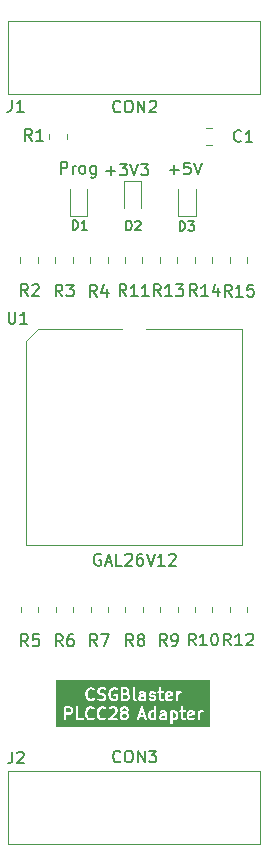
<source format=gbr>
G04 #@! TF.GenerationSoftware,KiCad,Pcbnew,(7.0.0-0)*
G04 #@! TF.CreationDate,2023-04-18T09:29:12+01:00*
G04 #@! TF.ProjectId,GAL26Adapter,47414c32-3641-4646-9170-7465722e6b69,rev?*
G04 #@! TF.SameCoordinates,Original*
G04 #@! TF.FileFunction,Legend,Top*
G04 #@! TF.FilePolarity,Positive*
%FSLAX46Y46*%
G04 Gerber Fmt 4.6, Leading zero omitted, Abs format (unit mm)*
G04 Created by KiCad (PCBNEW (7.0.0-0)) date 2023-04-18 09:29:12*
%MOMM*%
%LPD*%
G01*
G04 APERTURE LIST*
%ADD10C,0.120000*%
%ADD11C,0.200000*%
%ADD12C,0.150000*%
G04 APERTURE END LIST*
D10*
X148460000Y-78440000D02*
X148460000Y-84590000D01*
X127110000Y-78430000D02*
X148460000Y-78440000D01*
X148460000Y-141940000D02*
X148480000Y-148080000D01*
X127110000Y-148080000D02*
X127110000Y-141940000D01*
X127110000Y-141940000D02*
X148460000Y-141940000D01*
X148480000Y-148080000D02*
X127110000Y-148080000D01*
X148460000Y-84590000D02*
X127110000Y-84570000D01*
X127110000Y-84570000D02*
X127110000Y-78430000D01*
D11*
G36*
X141284097Y-136995518D02*
G01*
X141308767Y-137020188D01*
X141338571Y-137079796D01*
X141338571Y-137318298D01*
X141308767Y-137377906D01*
X141284097Y-137402575D01*
X141224489Y-137432380D01*
X141081225Y-137432380D01*
X141062381Y-137422958D01*
X141062381Y-136975136D01*
X141081225Y-136965714D01*
X141224489Y-136965714D01*
X141284097Y-136995518D01*
G37*
G36*
X138585543Y-137146666D02*
G01*
X138386837Y-137146666D01*
X138486189Y-136848607D01*
X138585543Y-137146666D01*
G37*
G36*
X142744988Y-136987868D02*
G01*
X142762439Y-137022769D01*
X142490953Y-137077067D01*
X142490953Y-137032177D01*
X142513107Y-136987868D01*
X142557416Y-136965714D01*
X142700680Y-136965714D01*
X142744988Y-136987868D01*
G37*
G36*
X140386190Y-137251495D02*
G01*
X140386190Y-137422958D01*
X140367346Y-137432380D01*
X140176463Y-137432380D01*
X140132154Y-137410225D01*
X140110000Y-137365917D01*
X140110000Y-137317891D01*
X140132154Y-137273582D01*
X140176463Y-137251428D01*
X140385567Y-137251428D01*
X140386190Y-137251495D01*
G37*
G36*
X139481428Y-136975136D02*
G01*
X139481428Y-137422958D01*
X139462584Y-137432380D01*
X139319320Y-137432380D01*
X139259712Y-137402576D01*
X139235042Y-137377906D01*
X139205238Y-137318298D01*
X139205238Y-137079796D01*
X139235042Y-137020187D01*
X139259712Y-136995518D01*
X139319320Y-136965714D01*
X139462584Y-136965714D01*
X139481428Y-136975136D01*
G37*
G36*
X137112668Y-137090756D02*
G01*
X137137338Y-137115426D01*
X137167142Y-137175034D01*
X137167142Y-137318298D01*
X137137338Y-137377906D01*
X137112668Y-137402575D01*
X137053060Y-137432380D01*
X136909796Y-137432380D01*
X136850188Y-137402576D01*
X136825518Y-137377906D01*
X136795714Y-137318298D01*
X136795714Y-137175034D01*
X136825518Y-137115425D01*
X136850188Y-137090756D01*
X136909796Y-137060952D01*
X137053060Y-137060952D01*
X137112668Y-137090756D01*
G37*
G36*
X137112668Y-136662185D02*
G01*
X137137338Y-136686855D01*
X137167142Y-136746463D01*
X137167142Y-136746870D01*
X137137338Y-136806478D01*
X137112668Y-136831147D01*
X137053060Y-136860952D01*
X136909796Y-136860952D01*
X136850188Y-136831148D01*
X136825518Y-136806478D01*
X136795714Y-136746870D01*
X136795714Y-136746463D01*
X136825518Y-136686854D01*
X136850187Y-136662185D01*
X136909798Y-136632380D01*
X137053058Y-136632380D01*
X137112668Y-136662185D01*
G37*
G36*
X132398382Y-136662185D02*
G01*
X132423052Y-136686855D01*
X132452856Y-136746463D01*
X132452856Y-136842108D01*
X132423052Y-136901716D01*
X132398382Y-136926385D01*
X132338774Y-136956190D01*
X132081428Y-136956190D01*
X132081428Y-136632380D01*
X132338772Y-136632380D01*
X132398382Y-136662185D01*
G37*
G36*
X140897369Y-135367868D02*
G01*
X140914820Y-135402769D01*
X140643334Y-135457067D01*
X140643334Y-135412177D01*
X140665488Y-135367868D01*
X140709797Y-135345714D01*
X140853061Y-135345714D01*
X140897369Y-135367868D01*
G37*
G36*
X138633809Y-135631495D02*
G01*
X138633809Y-135802958D01*
X138614965Y-135812380D01*
X138424082Y-135812380D01*
X138379773Y-135790225D01*
X138357619Y-135745917D01*
X138357619Y-135697891D01*
X138379773Y-135653582D01*
X138424082Y-135631428D01*
X138633186Y-135631428D01*
X138633809Y-135631495D01*
G37*
G36*
X137203600Y-135523593D02*
G01*
X137223052Y-135543045D01*
X137252856Y-135602653D01*
X137252856Y-135698298D01*
X137223052Y-135757906D01*
X137198382Y-135782575D01*
X137138774Y-135812380D01*
X136881428Y-135812380D01*
X136881428Y-135488571D01*
X137098533Y-135488571D01*
X137203600Y-135523593D01*
G37*
G36*
X137150763Y-135042185D02*
G01*
X137175433Y-135066855D01*
X137205237Y-135126463D01*
X137205237Y-135174489D01*
X137175433Y-135234097D01*
X137150763Y-135258766D01*
X137092869Y-135287713D01*
X137089031Y-135287575D01*
X137087351Y-135288571D01*
X136881428Y-135288571D01*
X136881428Y-135012380D01*
X137091153Y-135012380D01*
X137150763Y-135042185D01*
G37*
G36*
X144269525Y-138192857D02*
G01*
X131150476Y-138192857D01*
X131150476Y-137071022D01*
X131878267Y-137071022D01*
X131881428Y-137077944D01*
X131881428Y-137546759D01*
X131893751Y-137588727D01*
X131938133Y-137627184D01*
X131996260Y-137635541D01*
X132049679Y-137611146D01*
X132081428Y-137561743D01*
X132081428Y-137547212D01*
X132878267Y-137547212D01*
X132887493Y-137567415D01*
X132893751Y-137588727D01*
X132899501Y-137593709D01*
X132902662Y-137600631D01*
X132921347Y-137612639D01*
X132938133Y-137627184D01*
X132945664Y-137628266D01*
X132952065Y-137632380D01*
X132974274Y-137632380D01*
X132996260Y-137635541D01*
X133003182Y-137632380D01*
X133471997Y-137632380D01*
X133513965Y-137620057D01*
X133552422Y-137575675D01*
X133560779Y-137517548D01*
X133536384Y-137464129D01*
X133486981Y-137432380D01*
X133081428Y-137432380D01*
X133081428Y-137099576D01*
X133639197Y-137099576D01*
X133643333Y-137116120D01*
X133643333Y-137118188D01*
X133646812Y-137130038D01*
X133689617Y-137301258D01*
X133688378Y-137312743D01*
X133696599Y-137329186D01*
X133697425Y-137332488D01*
X133703010Y-137342008D01*
X133743520Y-137423028D01*
X133747098Y-137439471D01*
X133766577Y-137458950D01*
X133785349Y-137479131D01*
X133787242Y-137479615D01*
X133859287Y-137551660D01*
X133874330Y-137570344D01*
X133893717Y-137576806D01*
X133911655Y-137586601D01*
X133921079Y-137585927D01*
X134033147Y-137623282D01*
X134047303Y-137632380D01*
X134074858Y-137632380D01*
X134102395Y-137633376D01*
X134104075Y-137632380D01*
X134159364Y-137632380D01*
X134175671Y-137636534D01*
X134201810Y-137627820D01*
X134228251Y-137620057D01*
X134229530Y-137618580D01*
X134341271Y-137581333D01*
X134364709Y-137576234D01*
X134379159Y-137561783D01*
X134395942Y-137550120D01*
X134399553Y-137541389D01*
X134443258Y-137497685D01*
X134464220Y-137459296D01*
X134460030Y-137400720D01*
X134424838Y-137353709D01*
X134369815Y-137333186D01*
X134312432Y-137345669D01*
X134260743Y-137397357D01*
X134155677Y-137432380D01*
X134092893Y-137432380D01*
X133987828Y-137397358D01*
X133920756Y-137330287D01*
X133885304Y-137259383D01*
X133845352Y-137099576D01*
X134639197Y-137099576D01*
X134643333Y-137116120D01*
X134643333Y-137118188D01*
X134646812Y-137130038D01*
X134689617Y-137301258D01*
X134688378Y-137312743D01*
X134696599Y-137329186D01*
X134697425Y-137332488D01*
X134703010Y-137342008D01*
X134743520Y-137423028D01*
X134747098Y-137439471D01*
X134766577Y-137458950D01*
X134785349Y-137479131D01*
X134787242Y-137479615D01*
X134859287Y-137551660D01*
X134874330Y-137570344D01*
X134893717Y-137576806D01*
X134911655Y-137586601D01*
X134921079Y-137585927D01*
X135033147Y-137623282D01*
X135047303Y-137632380D01*
X135074858Y-137632380D01*
X135102395Y-137633376D01*
X135104075Y-137632380D01*
X135159364Y-137632380D01*
X135175671Y-137636534D01*
X135201810Y-137627820D01*
X135228251Y-137620057D01*
X135229530Y-137618580D01*
X135341271Y-137581333D01*
X135364709Y-137576234D01*
X135379159Y-137561783D01*
X135395942Y-137550120D01*
X135397145Y-137547212D01*
X135592553Y-137547212D01*
X135597255Y-137557509D01*
X135598063Y-137568802D01*
X135609216Y-137583701D01*
X135616948Y-137600631D01*
X135626471Y-137606751D01*
X135633256Y-137615814D01*
X135650694Y-137622318D01*
X135666351Y-137632380D01*
X135677670Y-137632380D01*
X135688279Y-137636337D01*
X135706467Y-137632380D01*
X136329140Y-137632380D01*
X136371108Y-137620057D01*
X136409565Y-137575675D01*
X136417922Y-137517548D01*
X136393527Y-137464129D01*
X136344124Y-137432380D01*
X135937135Y-137432380D01*
X136206898Y-137162616D01*
X136592094Y-137162616D01*
X136595714Y-137171344D01*
X136595714Y-137336519D01*
X136593140Y-137360362D01*
X136602278Y-137378638D01*
X136608037Y-137398251D01*
X136615178Y-137404439D01*
X136648282Y-137470647D01*
X136651860Y-137487090D01*
X136671339Y-137506569D01*
X136690111Y-137526750D01*
X136692004Y-137527234D01*
X136711375Y-137546605D01*
X136719968Y-137561072D01*
X136744604Y-137573390D01*
X136768798Y-137586601D01*
X136770746Y-137586461D01*
X136836651Y-137619414D01*
X136856827Y-137632380D01*
X136877262Y-137632380D01*
X136897378Y-137636000D01*
X136906106Y-137632380D01*
X137071281Y-137632380D01*
X137095124Y-137634954D01*
X137113400Y-137625815D01*
X137133013Y-137620057D01*
X137139201Y-137612915D01*
X137205409Y-137579811D01*
X137221852Y-137576234D01*
X137239975Y-137558110D01*
X138051861Y-137558110D01*
X138081804Y-137608628D01*
X138134306Y-137634937D01*
X138192698Y-137628687D01*
X138238440Y-137591859D01*
X138320171Y-137346666D01*
X138652210Y-137346666D01*
X138729202Y-137577643D01*
X138754164Y-137613561D01*
X138808429Y-137636010D01*
X138866216Y-137625556D01*
X138909179Y-137585521D01*
X138923677Y-137528613D01*
X138826633Y-137237483D01*
X138827446Y-137231834D01*
X138817465Y-137209980D01*
X138769931Y-137067378D01*
X139001618Y-137067378D01*
X139005238Y-137076106D01*
X139005238Y-137336519D01*
X139002664Y-137360362D01*
X139011802Y-137378638D01*
X139017561Y-137398251D01*
X139024702Y-137404439D01*
X139057806Y-137470647D01*
X139061384Y-137487090D01*
X139080863Y-137506569D01*
X139099635Y-137526750D01*
X139101528Y-137527234D01*
X139120899Y-137546605D01*
X139129492Y-137561072D01*
X139154128Y-137573390D01*
X139178322Y-137586601D01*
X139180270Y-137586461D01*
X139246175Y-137619414D01*
X139266351Y-137632380D01*
X139286786Y-137632380D01*
X139306902Y-137636000D01*
X139315630Y-137632380D01*
X139480805Y-137632380D01*
X139504648Y-137634954D01*
X139522924Y-137625815D01*
X139533104Y-137622826D01*
X139538133Y-137627184D01*
X139596260Y-137635541D01*
X139649679Y-137611146D01*
X139681428Y-137561743D01*
X139681428Y-137497344D01*
X139685585Y-137481088D01*
X139681428Y-137468579D01*
X139681428Y-137305473D01*
X139906380Y-137305473D01*
X139910000Y-137314201D01*
X139910000Y-137384138D01*
X139907426Y-137407981D01*
X139916564Y-137426257D01*
X139922323Y-137445870D01*
X139929464Y-137452058D01*
X139956783Y-137506695D01*
X139956646Y-137510581D01*
X139969796Y-137532721D01*
X139974607Y-137542343D01*
X139977107Y-137545031D01*
X139986635Y-137561072D01*
X139996717Y-137566113D01*
X140004397Y-137574369D01*
X140022473Y-137578991D01*
X140103318Y-137619414D01*
X140123494Y-137632380D01*
X140143929Y-137632380D01*
X140164045Y-137636000D01*
X140172773Y-137632380D01*
X140385567Y-137632380D01*
X140409410Y-137634954D01*
X140427686Y-137625815D01*
X140437866Y-137622826D01*
X140442895Y-137627184D01*
X140501022Y-137635541D01*
X140554441Y-137611146D01*
X140586190Y-137561743D01*
X140586190Y-137497344D01*
X140590347Y-137481088D01*
X140586190Y-137468579D01*
X140586190Y-137116392D01*
X140590347Y-137100136D01*
X140586190Y-137087627D01*
X140586190Y-137013955D01*
X140588764Y-136990112D01*
X140579625Y-136971834D01*
X140573867Y-136952224D01*
X140566725Y-136946036D01*
X140552210Y-136917006D01*
X140858224Y-136917006D01*
X140862381Y-136929515D01*
X140862381Y-137482994D01*
X140861408Y-137510581D01*
X140862381Y-137512219D01*
X140862381Y-137880093D01*
X140874704Y-137922061D01*
X140919086Y-137960518D01*
X140977213Y-137968875D01*
X141030632Y-137944480D01*
X141062381Y-137895077D01*
X141062381Y-137634844D01*
X141068807Y-137636000D01*
X141077535Y-137632380D01*
X141242710Y-137632380D01*
X141266553Y-137634954D01*
X141284829Y-137625815D01*
X141304442Y-137620057D01*
X141310630Y-137612915D01*
X141376838Y-137579811D01*
X141393281Y-137576234D01*
X141412760Y-137556754D01*
X141432941Y-137537983D01*
X141433425Y-137536089D01*
X141452796Y-137516718D01*
X141467263Y-137508126D01*
X141479581Y-137483489D01*
X141492792Y-137459296D01*
X141492652Y-137457347D01*
X141525605Y-137391442D01*
X141538571Y-137371267D01*
X141538571Y-137350832D01*
X141542191Y-137330716D01*
X141538571Y-137321988D01*
X141538571Y-137061574D01*
X141541145Y-137037731D01*
X141532006Y-137019453D01*
X141526248Y-136999843D01*
X141519106Y-136993655D01*
X141486001Y-136927444D01*
X141482425Y-136911004D01*
X141462950Y-136891529D01*
X141452734Y-136880546D01*
X141621125Y-136880546D01*
X141645520Y-136933965D01*
X141694923Y-136965714D01*
X141767143Y-136965714D01*
X141767143Y-137384138D01*
X141764569Y-137407981D01*
X141773707Y-137426257D01*
X141779466Y-137445870D01*
X141786607Y-137452058D01*
X141813926Y-137506695D01*
X141813789Y-137510581D01*
X141826939Y-137532721D01*
X141831750Y-137542343D01*
X141834250Y-137545031D01*
X141843778Y-137561072D01*
X141853860Y-137566113D01*
X141861540Y-137574369D01*
X141879616Y-137578991D01*
X141960461Y-137619414D01*
X141980637Y-137632380D01*
X142001072Y-137632380D01*
X142021188Y-137636000D01*
X142029916Y-137632380D01*
X142119617Y-137632380D01*
X142161585Y-137620057D01*
X142200042Y-137575675D01*
X142208399Y-137517548D01*
X142184004Y-137464129D01*
X142134601Y-137432380D01*
X142033606Y-137432380D01*
X141989297Y-137410225D01*
X141967143Y-137365917D01*
X141967143Y-137019759D01*
X142287333Y-137019759D01*
X142290953Y-137028487D01*
X142290953Y-137172625D01*
X142289499Y-137175185D01*
X142290953Y-137201787D01*
X142290953Y-137384138D01*
X142288379Y-137407981D01*
X142297517Y-137426257D01*
X142303276Y-137445870D01*
X142310417Y-137452058D01*
X142337736Y-137506695D01*
X142337599Y-137510581D01*
X142350749Y-137532721D01*
X142355560Y-137542343D01*
X142358060Y-137545031D01*
X142367588Y-137561072D01*
X142377670Y-137566113D01*
X142385350Y-137574369D01*
X142403426Y-137578991D01*
X142484271Y-137619414D01*
X142504447Y-137632380D01*
X142524882Y-137632380D01*
X142544998Y-137636000D01*
X142553726Y-137632380D01*
X142718901Y-137632380D01*
X142742744Y-137634954D01*
X142761020Y-137625815D01*
X142780633Y-137620057D01*
X142786821Y-137612915D01*
X142877106Y-137567773D01*
X142909132Y-137537983D01*
X142923681Y-137481088D01*
X142905161Y-137425360D01*
X142859451Y-137388490D01*
X142801065Y-137382187D01*
X142700680Y-137432380D01*
X142557416Y-137432380D01*
X142513107Y-137410225D01*
X142490953Y-137365917D01*
X142490953Y-137281028D01*
X142869911Y-137205235D01*
X142881975Y-137206970D01*
X142898132Y-137199591D01*
X142900854Y-137199047D01*
X142911164Y-137193639D01*
X142935394Y-137182575D01*
X142936985Y-137180099D01*
X142939590Y-137178733D01*
X142952740Y-137155583D01*
X142967143Y-137133172D01*
X142967143Y-137130229D01*
X142968596Y-137127671D01*
X142967143Y-137101088D01*
X142967143Y-137067378D01*
X143192095Y-137067378D01*
X143195715Y-137076106D01*
X143195715Y-137546759D01*
X143208038Y-137588727D01*
X143252420Y-137627184D01*
X143310547Y-137635541D01*
X143363966Y-137611146D01*
X143395715Y-137561743D01*
X143395715Y-137079796D01*
X143425519Y-137020187D01*
X143450189Y-136995518D01*
X143509797Y-136965714D01*
X143595808Y-136965714D01*
X143637776Y-136953391D01*
X143676233Y-136909009D01*
X143684590Y-136850882D01*
X143660195Y-136797463D01*
X143610792Y-136765714D01*
X143491575Y-136765714D01*
X143467732Y-136763140D01*
X143449454Y-136772278D01*
X143429844Y-136778037D01*
X143423656Y-136785178D01*
X143380423Y-136806794D01*
X143339010Y-136770910D01*
X143280883Y-136762553D01*
X143227464Y-136786948D01*
X143195715Y-136836351D01*
X143195715Y-137047263D01*
X143192095Y-137067378D01*
X142967143Y-137067378D01*
X142967143Y-137013955D01*
X142969717Y-136990112D01*
X142960578Y-136971834D01*
X142954820Y-136952224D01*
X142947678Y-136946036D01*
X142920359Y-136891398D01*
X142920497Y-136887513D01*
X142907347Y-136865373D01*
X142902536Y-136855751D01*
X142900035Y-136853062D01*
X142890508Y-136837022D01*
X142880426Y-136831981D01*
X142872746Y-136823724D01*
X142854665Y-136819100D01*
X142773827Y-136778681D01*
X142753649Y-136765714D01*
X142733213Y-136765714D01*
X142713098Y-136762094D01*
X142704370Y-136765714D01*
X142539194Y-136765714D01*
X142515351Y-136763140D01*
X142497073Y-136772278D01*
X142477463Y-136778037D01*
X142471275Y-136785178D01*
X142416637Y-136812497D01*
X142412752Y-136812360D01*
X142390612Y-136825509D01*
X142380990Y-136830321D01*
X142378301Y-136832821D01*
X142362261Y-136842349D01*
X142357220Y-136852430D01*
X142348963Y-136860111D01*
X142344339Y-136878191D01*
X142303920Y-136959029D01*
X142290953Y-136979208D01*
X142290953Y-136999644D01*
X142287333Y-137019759D01*
X141967143Y-137019759D01*
X141967143Y-136965714D01*
X142119617Y-136965714D01*
X142161585Y-136953391D01*
X142200042Y-136909009D01*
X142208399Y-136850882D01*
X142184004Y-136797463D01*
X142134601Y-136765714D01*
X141967143Y-136765714D01*
X141967143Y-136518001D01*
X141954820Y-136476033D01*
X141910438Y-136437576D01*
X141852311Y-136429219D01*
X141798892Y-136453614D01*
X141767143Y-136503017D01*
X141767143Y-136765714D01*
X141709907Y-136765714D01*
X141667939Y-136778037D01*
X141629482Y-136822419D01*
X141621125Y-136880546D01*
X141452734Y-136880546D01*
X141444174Y-136871343D01*
X141442279Y-136870858D01*
X141422909Y-136851488D01*
X141414317Y-136837022D01*
X141389682Y-136824704D01*
X141365487Y-136811493D01*
X141363537Y-136811632D01*
X141297636Y-136778681D01*
X141277458Y-136765714D01*
X141257022Y-136765714D01*
X141236907Y-136762094D01*
X141228179Y-136765714D01*
X141063003Y-136765714D01*
X141039160Y-136763140D01*
X141020882Y-136772278D01*
X141010704Y-136775267D01*
X141005676Y-136770910D01*
X140947549Y-136762553D01*
X140894130Y-136786948D01*
X140862381Y-136836351D01*
X140862381Y-136900749D01*
X140858224Y-136917006D01*
X140552210Y-136917006D01*
X140539406Y-136891398D01*
X140539544Y-136887513D01*
X140526394Y-136865373D01*
X140521583Y-136855751D01*
X140519082Y-136853062D01*
X140509555Y-136837022D01*
X140499473Y-136831981D01*
X140491793Y-136823724D01*
X140473712Y-136819100D01*
X140392874Y-136778681D01*
X140372696Y-136765714D01*
X140352260Y-136765714D01*
X140332145Y-136762094D01*
X140323417Y-136765714D01*
X140158241Y-136765714D01*
X140134398Y-136763140D01*
X140116120Y-136772278D01*
X140096510Y-136778037D01*
X140090322Y-136785178D01*
X140000037Y-136830321D01*
X139968010Y-136860111D01*
X139953462Y-136917006D01*
X139971982Y-136972734D01*
X140017691Y-137009604D01*
X140076077Y-137015907D01*
X140176463Y-136965714D01*
X140319727Y-136965714D01*
X140364035Y-136987868D01*
X140386190Y-137032177D01*
X140386190Y-137042006D01*
X140367346Y-137051428D01*
X140158241Y-137051428D01*
X140134398Y-137048854D01*
X140116120Y-137057992D01*
X140096510Y-137063751D01*
X140090322Y-137070892D01*
X140035684Y-137098211D01*
X140031799Y-137098074D01*
X140009659Y-137111223D01*
X140000037Y-137116035D01*
X139997348Y-137118535D01*
X139981308Y-137128063D01*
X139976267Y-137138144D01*
X139968010Y-137145825D01*
X139963386Y-137163905D01*
X139922967Y-137244743D01*
X139910000Y-137264922D01*
X139910000Y-137285358D01*
X139906380Y-137305473D01*
X139681428Y-137305473D01*
X139681428Y-136915100D01*
X139682401Y-136887513D01*
X139681428Y-136885875D01*
X139681428Y-136518001D01*
X139669105Y-136476033D01*
X139624723Y-136437576D01*
X139566596Y-136429219D01*
X139513177Y-136453614D01*
X139481428Y-136503017D01*
X139481428Y-136763250D01*
X139475002Y-136762094D01*
X139466274Y-136765714D01*
X139301098Y-136765714D01*
X139277255Y-136763140D01*
X139258977Y-136772278D01*
X139239367Y-136778037D01*
X139233179Y-136785178D01*
X139166968Y-136818283D01*
X139150528Y-136821860D01*
X139131053Y-136841334D01*
X139110867Y-136860111D01*
X139110382Y-136862005D01*
X139091012Y-136881375D01*
X139076546Y-136889968D01*
X139064228Y-136914602D01*
X139051017Y-136938798D01*
X139051156Y-136940747D01*
X139018205Y-137006648D01*
X139005238Y-137026827D01*
X139005238Y-137047263D01*
X139001618Y-137067378D01*
X138769931Y-137067378D01*
X138586778Y-136517918D01*
X138587186Y-136506651D01*
X138577672Y-136490600D01*
X138576511Y-136487116D01*
X138570369Y-136478279D01*
X138557243Y-136456133D01*
X138553767Y-136454391D01*
X138551549Y-136451199D01*
X138527752Y-136441354D01*
X138504741Y-136429823D01*
X138500877Y-136430236D01*
X138497284Y-136428750D01*
X138471940Y-136433334D01*
X138446349Y-136436074D01*
X138443321Y-136438511D01*
X138439497Y-136439203D01*
X138420659Y-136456756D01*
X138400607Y-136472901D01*
X138399378Y-136476587D01*
X138396533Y-136479239D01*
X138390175Y-136504196D01*
X138159509Y-137196194D01*
X138153291Y-137203371D01*
X138150388Y-137223556D01*
X138053442Y-137514398D01*
X138051861Y-137558110D01*
X137239975Y-137558110D01*
X137241331Y-137556754D01*
X137261512Y-137537983D01*
X137261996Y-137536089D01*
X137281367Y-137516718D01*
X137295834Y-137508126D01*
X137308152Y-137483489D01*
X137321363Y-137459296D01*
X137321223Y-137457347D01*
X137354176Y-137391442D01*
X137367142Y-137371267D01*
X137367142Y-137350832D01*
X137370762Y-137330716D01*
X137367142Y-137321988D01*
X137367142Y-137156812D01*
X137369716Y-137132969D01*
X137360577Y-137114691D01*
X137354819Y-137095081D01*
X137347677Y-137088893D01*
X137314572Y-137022682D01*
X137310996Y-137006242D01*
X137291521Y-136986767D01*
X137272745Y-136966581D01*
X137270850Y-136966096D01*
X137265706Y-136960952D01*
X137281367Y-136945290D01*
X137295834Y-136936698D01*
X137308152Y-136912061D01*
X137321363Y-136887868D01*
X137321223Y-136885919D01*
X137354176Y-136820014D01*
X137367142Y-136799839D01*
X137367142Y-136779404D01*
X137370762Y-136759288D01*
X137367142Y-136750560D01*
X137367142Y-136728241D01*
X137369716Y-136704398D01*
X137360577Y-136686120D01*
X137354819Y-136666510D01*
X137347677Y-136660322D01*
X137314572Y-136594111D01*
X137310996Y-136577671D01*
X137291521Y-136558196D01*
X137272745Y-136538010D01*
X137270850Y-136537525D01*
X137251481Y-136518156D01*
X137242889Y-136503690D01*
X137218256Y-136491373D01*
X137194058Y-136478160D01*
X137192109Y-136478299D01*
X137126205Y-136445346D01*
X137106029Y-136432380D01*
X137085594Y-136432380D01*
X137065479Y-136428760D01*
X137056751Y-136432380D01*
X136891574Y-136432380D01*
X136867731Y-136429806D01*
X136849453Y-136438944D01*
X136829843Y-136444703D01*
X136823655Y-136451844D01*
X136757442Y-136484950D01*
X136741004Y-136488527D01*
X136721532Y-136507998D01*
X136701343Y-136526779D01*
X136700858Y-136528672D01*
X136681488Y-136548042D01*
X136667022Y-136556635D01*
X136654704Y-136581269D01*
X136641493Y-136605465D01*
X136641632Y-136607414D01*
X136608681Y-136673315D01*
X136595714Y-136693494D01*
X136595714Y-136713930D01*
X136592094Y-136734045D01*
X136595714Y-136742773D01*
X136595714Y-136765091D01*
X136593140Y-136788934D01*
X136602278Y-136807210D01*
X136608037Y-136826823D01*
X136615178Y-136833011D01*
X136648282Y-136899219D01*
X136651860Y-136915662D01*
X136671339Y-136935141D01*
X136690111Y-136955322D01*
X136692004Y-136955806D01*
X136697150Y-136960952D01*
X136681488Y-136976613D01*
X136667022Y-136985206D01*
X136654704Y-137009840D01*
X136641493Y-137034036D01*
X136641632Y-137035985D01*
X136608681Y-137101886D01*
X136595714Y-137122065D01*
X136595714Y-137142501D01*
X136592094Y-137162616D01*
X136206898Y-137162616D01*
X136334041Y-137035473D01*
X136352725Y-137020431D01*
X136359187Y-137001043D01*
X136368982Y-136983106D01*
X136368308Y-136973681D01*
X136405663Y-136861613D01*
X136414761Y-136847458D01*
X136414761Y-136819903D01*
X136415757Y-136792366D01*
X136414761Y-136790686D01*
X136414761Y-136728241D01*
X136417335Y-136704398D01*
X136408196Y-136686120D01*
X136402438Y-136666510D01*
X136395296Y-136660322D01*
X136362191Y-136594111D01*
X136358615Y-136577671D01*
X136339140Y-136558196D01*
X136320364Y-136538010D01*
X136318469Y-136537525D01*
X136299100Y-136518156D01*
X136290508Y-136503690D01*
X136265875Y-136491373D01*
X136241677Y-136478160D01*
X136239728Y-136478299D01*
X136173824Y-136445346D01*
X136153648Y-136432380D01*
X136133213Y-136432380D01*
X136113098Y-136428760D01*
X136104370Y-136432380D01*
X135891574Y-136432380D01*
X135867731Y-136429806D01*
X135849453Y-136438944D01*
X135829843Y-136444703D01*
X135823655Y-136451844D01*
X135757442Y-136484950D01*
X135741004Y-136488527D01*
X135721532Y-136507998D01*
X135701343Y-136526779D01*
X135700858Y-136528672D01*
X135662455Y-136567076D01*
X135641493Y-136605465D01*
X135645682Y-136664041D01*
X135680875Y-136711053D01*
X135735898Y-136731576D01*
X135793281Y-136719092D01*
X135850187Y-136662185D01*
X135909798Y-136632380D01*
X136100677Y-136632380D01*
X136160287Y-136662185D01*
X136184957Y-136686855D01*
X136214761Y-136746463D01*
X136214761Y-136801868D01*
X136179739Y-136906934D01*
X135643052Y-137443620D01*
X135639367Y-137444703D01*
X135622471Y-137464201D01*
X135614836Y-137471837D01*
X135613099Y-137475018D01*
X135600910Y-137489085D01*
X135599298Y-137500291D01*
X135593874Y-137510226D01*
X135595201Y-137528789D01*
X135592553Y-137547212D01*
X135397145Y-137547212D01*
X135399553Y-137541389D01*
X135443258Y-137497685D01*
X135464220Y-137459296D01*
X135460030Y-137400720D01*
X135424838Y-137353709D01*
X135369815Y-137333186D01*
X135312432Y-137345669D01*
X135260743Y-137397357D01*
X135155677Y-137432380D01*
X135092893Y-137432380D01*
X134987828Y-137397358D01*
X134920756Y-137330287D01*
X134885304Y-137259383D01*
X134843333Y-137091498D01*
X134843333Y-136973264D01*
X134885304Y-136805376D01*
X134920756Y-136734473D01*
X134987826Y-136667403D01*
X135092895Y-136632380D01*
X135155675Y-136632380D01*
X135260742Y-136667402D01*
X135301837Y-136708497D01*
X135340226Y-136729459D01*
X135398802Y-136725269D01*
X135445813Y-136690077D01*
X135466336Y-136635054D01*
X135453853Y-136577671D01*
X135389284Y-136513102D01*
X135374241Y-136494417D01*
X135354850Y-136487953D01*
X135336915Y-136478160D01*
X135327491Y-136478833D01*
X135215422Y-136441477D01*
X135201267Y-136432380D01*
X135173712Y-136432380D01*
X135146175Y-136431384D01*
X135144495Y-136432380D01*
X135089206Y-136432380D01*
X135072899Y-136428226D01*
X135046761Y-136436938D01*
X135020319Y-136444703D01*
X135019039Y-136446179D01*
X134907300Y-136483427D01*
X134883861Y-136488526D01*
X134869409Y-136502977D01*
X134852627Y-136514641D01*
X134849015Y-136523371D01*
X134776725Y-136595662D01*
X134762260Y-136604254D01*
X134749942Y-136628888D01*
X134736731Y-136653084D01*
X134736870Y-136655033D01*
X134709476Y-136709821D01*
X134701059Y-136717736D01*
X134696599Y-136735576D01*
X134695079Y-136738616D01*
X134693126Y-136749467D01*
X134650309Y-136920732D01*
X134643333Y-136931589D01*
X134643333Y-136948640D01*
X134642831Y-136950648D01*
X134643333Y-136962994D01*
X134643333Y-137087350D01*
X134639197Y-137099576D01*
X133845352Y-137099576D01*
X133843333Y-137091498D01*
X133843333Y-136973264D01*
X133885304Y-136805376D01*
X133920756Y-136734473D01*
X133987826Y-136667403D01*
X134092895Y-136632380D01*
X134155675Y-136632380D01*
X134260742Y-136667402D01*
X134301837Y-136708497D01*
X134340226Y-136729459D01*
X134398802Y-136725269D01*
X134445813Y-136690077D01*
X134466336Y-136635054D01*
X134453853Y-136577671D01*
X134389284Y-136513102D01*
X134374241Y-136494417D01*
X134354850Y-136487953D01*
X134336915Y-136478160D01*
X134327491Y-136478833D01*
X134215422Y-136441477D01*
X134201267Y-136432380D01*
X134173712Y-136432380D01*
X134146175Y-136431384D01*
X134144495Y-136432380D01*
X134089206Y-136432380D01*
X134072899Y-136428226D01*
X134046761Y-136436938D01*
X134020319Y-136444703D01*
X134019039Y-136446179D01*
X133907300Y-136483427D01*
X133883861Y-136488526D01*
X133869409Y-136502977D01*
X133852627Y-136514641D01*
X133849015Y-136523371D01*
X133776725Y-136595662D01*
X133762260Y-136604254D01*
X133749942Y-136628888D01*
X133736731Y-136653084D01*
X133736870Y-136655033D01*
X133709476Y-136709821D01*
X133701059Y-136717736D01*
X133696599Y-136735576D01*
X133695079Y-136738616D01*
X133693126Y-136749467D01*
X133650309Y-136920732D01*
X133643333Y-136931589D01*
X133643333Y-136948640D01*
X133642831Y-136950648D01*
X133643333Y-136962994D01*
X133643333Y-137087350D01*
X133639197Y-137099576D01*
X133081428Y-137099576D01*
X133081428Y-136518001D01*
X133069105Y-136476033D01*
X133024723Y-136437576D01*
X132966596Y-136429219D01*
X132913177Y-136453614D01*
X132881428Y-136503017D01*
X132881428Y-137525226D01*
X132878267Y-137547212D01*
X132081428Y-137547212D01*
X132081428Y-137156190D01*
X132356995Y-137156190D01*
X132380838Y-137158764D01*
X132399114Y-137149625D01*
X132418727Y-137143867D01*
X132424915Y-137136725D01*
X132491123Y-137103621D01*
X132507566Y-137100044D01*
X132527045Y-137080564D01*
X132547226Y-137061793D01*
X132547710Y-137059899D01*
X132567081Y-137040528D01*
X132581548Y-137031936D01*
X132593866Y-137007299D01*
X132607077Y-136983106D01*
X132606937Y-136981157D01*
X132639890Y-136915252D01*
X132652856Y-136895077D01*
X132652856Y-136874642D01*
X132656476Y-136854526D01*
X132652856Y-136845798D01*
X132652856Y-136728241D01*
X132655430Y-136704398D01*
X132646291Y-136686120D01*
X132640533Y-136666510D01*
X132633391Y-136660322D01*
X132600286Y-136594111D01*
X132596710Y-136577671D01*
X132577235Y-136558196D01*
X132558459Y-136538010D01*
X132556564Y-136537525D01*
X132537195Y-136518156D01*
X132528603Y-136503690D01*
X132503970Y-136491373D01*
X132479772Y-136478160D01*
X132477823Y-136478299D01*
X132411919Y-136445346D01*
X132391743Y-136432380D01*
X132371308Y-136432380D01*
X132351193Y-136428760D01*
X132342465Y-136432380D01*
X131988582Y-136432380D01*
X131966596Y-136429219D01*
X131946392Y-136438445D01*
X131925081Y-136444703D01*
X131920098Y-136450453D01*
X131913177Y-136453614D01*
X131901168Y-136472299D01*
X131886624Y-136489085D01*
X131885541Y-136496616D01*
X131881428Y-136503017D01*
X131881428Y-136525226D01*
X131878267Y-136547212D01*
X131881428Y-136554134D01*
X131881428Y-137049036D01*
X131878267Y-137071022D01*
X131150476Y-137071022D01*
X131150476Y-135479576D01*
X133677292Y-135479576D01*
X133681428Y-135496120D01*
X133681428Y-135498188D01*
X133684907Y-135510038D01*
X133727712Y-135681258D01*
X133726473Y-135692743D01*
X133734694Y-135709186D01*
X133735520Y-135712488D01*
X133741105Y-135722008D01*
X133781615Y-135803028D01*
X133785193Y-135819471D01*
X133804672Y-135838950D01*
X133823444Y-135859131D01*
X133825337Y-135859615D01*
X133897382Y-135931660D01*
X133912425Y-135950344D01*
X133931812Y-135956806D01*
X133949750Y-135966601D01*
X133959174Y-135965927D01*
X134071242Y-136003282D01*
X134085398Y-136012380D01*
X134112953Y-136012380D01*
X134140490Y-136013376D01*
X134142170Y-136012380D01*
X134197459Y-136012380D01*
X134213766Y-136016534D01*
X134239905Y-136007820D01*
X134266346Y-136000057D01*
X134267625Y-135998580D01*
X134379366Y-135961333D01*
X134402804Y-135956234D01*
X134417254Y-135941783D01*
X134434037Y-135930120D01*
X134437648Y-135921389D01*
X134481353Y-135877685D01*
X134502315Y-135839296D01*
X134498125Y-135780720D01*
X134462933Y-135733709D01*
X134407910Y-135713186D01*
X134350527Y-135725669D01*
X134298838Y-135777357D01*
X134193772Y-135812380D01*
X134130988Y-135812380D01*
X134025923Y-135777358D01*
X133958851Y-135710287D01*
X133923399Y-135639383D01*
X133881428Y-135471498D01*
X133881428Y-135353264D01*
X133923399Y-135185376D01*
X133958851Y-135114473D01*
X133959279Y-135114045D01*
X134677808Y-135114045D01*
X134681428Y-135122773D01*
X134681428Y-135192710D01*
X134678854Y-135216553D01*
X134687992Y-135234829D01*
X134693751Y-135254442D01*
X134700892Y-135260630D01*
X134733996Y-135326838D01*
X134737574Y-135343281D01*
X134757053Y-135362760D01*
X134775825Y-135382941D01*
X134777718Y-135383425D01*
X134797089Y-135402796D01*
X134805682Y-135417263D01*
X134830318Y-135429581D01*
X134854512Y-135442792D01*
X134856460Y-135442652D01*
X134911250Y-135470047D01*
X134919164Y-135478464D01*
X134937002Y-135482923D01*
X134940043Y-135484444D01*
X134950897Y-135486397D01*
X135127479Y-135530542D01*
X135198382Y-135565994D01*
X135223052Y-135590664D01*
X135252856Y-135650272D01*
X135252856Y-135698298D01*
X135223052Y-135757906D01*
X135198382Y-135782575D01*
X135138774Y-135812380D01*
X134940512Y-135812380D01*
X134799410Y-135765346D01*
X134755698Y-135763765D01*
X134705180Y-135793708D01*
X134678871Y-135846209D01*
X134685121Y-135904602D01*
X134721949Y-135950344D01*
X134880766Y-136003282D01*
X134894922Y-136012380D01*
X134922477Y-136012380D01*
X134950014Y-136013376D01*
X134951694Y-136012380D01*
X135156995Y-136012380D01*
X135180838Y-136014954D01*
X135199114Y-136005815D01*
X135218727Y-136000057D01*
X135224915Y-135992915D01*
X135291123Y-135959811D01*
X135307566Y-135956234D01*
X135327045Y-135936754D01*
X135347226Y-135917983D01*
X135347710Y-135916089D01*
X135367081Y-135896718D01*
X135381548Y-135888126D01*
X135393866Y-135863489D01*
X135407077Y-135839296D01*
X135406937Y-135837347D01*
X135439890Y-135771442D01*
X135452856Y-135751267D01*
X135452856Y-135730832D01*
X135456476Y-135710716D01*
X135452856Y-135701988D01*
X135452856Y-135632050D01*
X135455430Y-135608207D01*
X135446291Y-135589929D01*
X135440533Y-135570319D01*
X135433391Y-135564131D01*
X135400286Y-135497920D01*
X135396710Y-135481480D01*
X135394806Y-135479576D01*
X135629673Y-135479576D01*
X135633809Y-135496120D01*
X135633809Y-135498188D01*
X135637288Y-135510038D01*
X135680093Y-135681258D01*
X135678854Y-135692743D01*
X135687075Y-135709186D01*
X135687901Y-135712488D01*
X135693486Y-135722008D01*
X135733996Y-135803028D01*
X135737574Y-135819471D01*
X135757053Y-135838950D01*
X135775825Y-135859131D01*
X135777718Y-135859615D01*
X135849763Y-135931660D01*
X135864806Y-135950344D01*
X135884193Y-135956806D01*
X135902131Y-135966601D01*
X135911555Y-135965927D01*
X136023623Y-136003282D01*
X136037779Y-136012380D01*
X136065334Y-136012380D01*
X136092871Y-136013376D01*
X136094551Y-136012380D01*
X136149840Y-136012380D01*
X136166147Y-136016534D01*
X136192286Y-136007820D01*
X136218727Y-136000057D01*
X136220006Y-135998580D01*
X136331747Y-135961333D01*
X136355185Y-135956234D01*
X136369635Y-135941783D01*
X136386418Y-135930120D01*
X136387621Y-135927212D01*
X136678267Y-135927212D01*
X136687493Y-135947415D01*
X136693751Y-135968727D01*
X136699501Y-135973709D01*
X136702662Y-135980631D01*
X136721347Y-135992639D01*
X136738133Y-136007184D01*
X136745664Y-136008266D01*
X136752065Y-136012380D01*
X136774274Y-136012380D01*
X136796260Y-136015541D01*
X136803182Y-136012380D01*
X137156995Y-136012380D01*
X137180838Y-136014954D01*
X137199114Y-136005815D01*
X137218727Y-136000057D01*
X137224915Y-135992915D01*
X137291123Y-135959811D01*
X137307566Y-135956234D01*
X137327045Y-135936754D01*
X137347226Y-135917983D01*
X137347710Y-135916089D01*
X137367081Y-135896718D01*
X137381548Y-135888126D01*
X137393866Y-135863489D01*
X137407077Y-135839296D01*
X137406937Y-135837347D01*
X137431620Y-135787981D01*
X137678854Y-135787981D01*
X137687992Y-135806257D01*
X137693751Y-135825870D01*
X137700892Y-135832058D01*
X137728211Y-135886695D01*
X137728074Y-135890581D01*
X137741224Y-135912721D01*
X137746035Y-135922343D01*
X137748535Y-135925031D01*
X137758063Y-135941072D01*
X137768145Y-135946113D01*
X137775825Y-135954369D01*
X137793901Y-135958991D01*
X137892424Y-136008253D01*
X137935473Y-136016000D01*
X137989718Y-135993502D01*
X138023188Y-135945249D01*
X138025258Y-135886560D01*
X137995269Y-135836069D01*
X137903582Y-135790225D01*
X137881428Y-135745917D01*
X137881428Y-135685473D01*
X138153999Y-135685473D01*
X138157619Y-135694201D01*
X138157619Y-135764138D01*
X138155045Y-135787981D01*
X138164183Y-135806257D01*
X138169942Y-135825870D01*
X138177083Y-135832058D01*
X138204402Y-135886695D01*
X138204265Y-135890581D01*
X138217415Y-135912721D01*
X138222226Y-135922343D01*
X138224726Y-135925031D01*
X138234254Y-135941072D01*
X138244336Y-135946113D01*
X138252016Y-135954369D01*
X138270092Y-135958991D01*
X138350937Y-135999414D01*
X138371113Y-136012380D01*
X138391548Y-136012380D01*
X138411664Y-136016000D01*
X138420392Y-136012380D01*
X138633186Y-136012380D01*
X138657029Y-136014954D01*
X138675305Y-136005815D01*
X138685485Y-136002826D01*
X138690514Y-136007184D01*
X138748641Y-136015541D01*
X138802060Y-135991146D01*
X138833809Y-135941743D01*
X138833809Y-135877344D01*
X138837966Y-135861088D01*
X138833809Y-135848579D01*
X138833809Y-135496392D01*
X138837966Y-135480136D01*
X138833809Y-135467627D01*
X138833809Y-135399759D01*
X139058761Y-135399759D01*
X139062381Y-135408487D01*
X139062381Y-135430805D01*
X139059807Y-135454648D01*
X139068945Y-135472924D01*
X139074704Y-135492537D01*
X139081845Y-135498725D01*
X139109164Y-135553362D01*
X139109027Y-135557248D01*
X139122177Y-135579388D01*
X139126988Y-135589010D01*
X139129488Y-135591698D01*
X139139016Y-135607739D01*
X139149098Y-135612780D01*
X139156778Y-135621036D01*
X139174854Y-135625658D01*
X139255699Y-135666081D01*
X139275875Y-135679047D01*
X139296310Y-135679047D01*
X139316426Y-135682667D01*
X139325154Y-135679047D01*
X139424489Y-135679047D01*
X139468797Y-135701201D01*
X139490952Y-135745510D01*
X139490952Y-135745917D01*
X139468797Y-135790225D01*
X139424489Y-135812380D01*
X139281225Y-135812380D01*
X139194241Y-135768888D01*
X139151193Y-135761141D01*
X139096948Y-135783639D01*
X139063478Y-135831892D01*
X139061408Y-135890581D01*
X139091397Y-135941072D01*
X139208080Y-135999414D01*
X139228256Y-136012380D01*
X139248691Y-136012380D01*
X139268807Y-136016000D01*
X139277535Y-136012380D01*
X139442710Y-136012380D01*
X139466553Y-136014954D01*
X139484829Y-136005815D01*
X139504442Y-136000057D01*
X139510630Y-135992915D01*
X139565267Y-135965596D01*
X139569153Y-135965734D01*
X139591293Y-135952583D01*
X139600915Y-135947773D01*
X139603603Y-135945272D01*
X139619644Y-135935745D01*
X139624685Y-135925662D01*
X139632941Y-135917983D01*
X139637563Y-135899906D01*
X139677986Y-135819061D01*
X139690952Y-135798886D01*
X139690952Y-135778451D01*
X139694572Y-135758335D01*
X139690952Y-135749607D01*
X139690952Y-135727288D01*
X139693526Y-135703445D01*
X139684387Y-135685167D01*
X139678629Y-135665557D01*
X139671487Y-135659369D01*
X139644168Y-135604731D01*
X139644306Y-135600846D01*
X139631156Y-135578706D01*
X139626345Y-135569084D01*
X139623844Y-135566395D01*
X139614317Y-135550355D01*
X139604235Y-135545314D01*
X139596555Y-135537057D01*
X139578474Y-135532433D01*
X139497636Y-135492014D01*
X139477458Y-135479047D01*
X139457022Y-135479047D01*
X139436907Y-135475427D01*
X139428179Y-135479047D01*
X139328844Y-135479047D01*
X139284535Y-135456892D01*
X139262381Y-135412584D01*
X139262381Y-135412177D01*
X139284535Y-135367868D01*
X139328844Y-135345714D01*
X139424489Y-135345714D01*
X139511472Y-135389206D01*
X139554521Y-135396953D01*
X139608766Y-135374455D01*
X139642236Y-135326202D01*
X139644306Y-135267513D01*
X139640168Y-135260546D01*
X139773506Y-135260546D01*
X139797901Y-135313965D01*
X139847304Y-135345714D01*
X139919524Y-135345714D01*
X139919524Y-135764138D01*
X139916950Y-135787981D01*
X139926088Y-135806257D01*
X139931847Y-135825870D01*
X139938988Y-135832058D01*
X139966307Y-135886695D01*
X139966170Y-135890581D01*
X139979320Y-135912721D01*
X139984131Y-135922343D01*
X139986631Y-135925031D01*
X139996159Y-135941072D01*
X140006241Y-135946113D01*
X140013921Y-135954369D01*
X140031997Y-135958991D01*
X140112842Y-135999414D01*
X140133018Y-136012380D01*
X140153453Y-136012380D01*
X140173569Y-136016000D01*
X140182297Y-136012380D01*
X140271998Y-136012380D01*
X140313966Y-136000057D01*
X140352423Y-135955675D01*
X140360780Y-135897548D01*
X140336385Y-135844129D01*
X140286982Y-135812380D01*
X140185987Y-135812380D01*
X140141678Y-135790225D01*
X140119524Y-135745917D01*
X140119524Y-135399759D01*
X140439714Y-135399759D01*
X140443334Y-135408487D01*
X140443334Y-135552625D01*
X140441880Y-135555185D01*
X140443334Y-135581787D01*
X140443334Y-135764138D01*
X140440760Y-135787981D01*
X140449898Y-135806257D01*
X140455657Y-135825870D01*
X140462798Y-135832058D01*
X140490117Y-135886695D01*
X140489980Y-135890581D01*
X140503130Y-135912721D01*
X140507941Y-135922343D01*
X140510441Y-135925031D01*
X140519969Y-135941072D01*
X140530051Y-135946113D01*
X140537731Y-135954369D01*
X140555807Y-135958991D01*
X140636652Y-135999414D01*
X140656828Y-136012380D01*
X140677263Y-136012380D01*
X140697379Y-136016000D01*
X140706107Y-136012380D01*
X140871282Y-136012380D01*
X140895125Y-136014954D01*
X140913401Y-136005815D01*
X140933014Y-136000057D01*
X140939202Y-135992915D01*
X141029487Y-135947773D01*
X141061513Y-135917983D01*
X141076062Y-135861088D01*
X141057542Y-135805360D01*
X141011832Y-135768490D01*
X140953446Y-135762187D01*
X140853061Y-135812380D01*
X140709797Y-135812380D01*
X140665488Y-135790225D01*
X140643334Y-135745917D01*
X140643334Y-135661028D01*
X141022292Y-135585235D01*
X141034356Y-135586970D01*
X141050513Y-135579591D01*
X141053235Y-135579047D01*
X141063545Y-135573639D01*
X141087775Y-135562575D01*
X141089366Y-135560099D01*
X141091971Y-135558733D01*
X141105121Y-135535583D01*
X141119524Y-135513172D01*
X141119524Y-135510229D01*
X141120977Y-135507671D01*
X141119524Y-135481088D01*
X141119524Y-135447378D01*
X141344476Y-135447378D01*
X141348096Y-135456106D01*
X141348096Y-135926759D01*
X141360419Y-135968727D01*
X141404801Y-136007184D01*
X141462928Y-136015541D01*
X141516347Y-135991146D01*
X141548096Y-135941743D01*
X141548096Y-135459796D01*
X141577900Y-135400187D01*
X141602570Y-135375518D01*
X141662178Y-135345714D01*
X141748189Y-135345714D01*
X141790157Y-135333391D01*
X141828614Y-135289009D01*
X141836971Y-135230882D01*
X141812576Y-135177463D01*
X141763173Y-135145714D01*
X141643956Y-135145714D01*
X141620113Y-135143140D01*
X141601835Y-135152278D01*
X141582225Y-135158037D01*
X141576037Y-135165178D01*
X141532804Y-135186794D01*
X141491391Y-135150910D01*
X141433264Y-135142553D01*
X141379845Y-135166948D01*
X141348096Y-135216351D01*
X141348096Y-135427263D01*
X141344476Y-135447378D01*
X141119524Y-135447378D01*
X141119524Y-135393955D01*
X141122098Y-135370112D01*
X141112959Y-135351834D01*
X141107201Y-135332224D01*
X141100059Y-135326036D01*
X141072740Y-135271398D01*
X141072878Y-135267513D01*
X141059728Y-135245373D01*
X141054917Y-135235751D01*
X141052416Y-135233062D01*
X141042889Y-135217022D01*
X141032807Y-135211981D01*
X141025127Y-135203724D01*
X141007046Y-135199100D01*
X140926208Y-135158681D01*
X140906030Y-135145714D01*
X140885594Y-135145714D01*
X140865479Y-135142094D01*
X140856751Y-135145714D01*
X140691575Y-135145714D01*
X140667732Y-135143140D01*
X140649454Y-135152278D01*
X140629844Y-135158037D01*
X140623656Y-135165178D01*
X140569018Y-135192497D01*
X140565133Y-135192360D01*
X140542993Y-135205509D01*
X140533371Y-135210321D01*
X140530682Y-135212821D01*
X140514642Y-135222349D01*
X140509601Y-135232430D01*
X140501344Y-135240111D01*
X140496720Y-135258191D01*
X140456301Y-135339029D01*
X140443334Y-135359208D01*
X140443334Y-135379644D01*
X140439714Y-135399759D01*
X140119524Y-135399759D01*
X140119524Y-135345714D01*
X140271998Y-135345714D01*
X140313966Y-135333391D01*
X140352423Y-135289009D01*
X140360780Y-135230882D01*
X140336385Y-135177463D01*
X140286982Y-135145714D01*
X140119524Y-135145714D01*
X140119524Y-134898001D01*
X140107201Y-134856033D01*
X140062819Y-134817576D01*
X140004692Y-134809219D01*
X139951273Y-134833614D01*
X139919524Y-134883017D01*
X139919524Y-135145714D01*
X139862288Y-135145714D01*
X139820320Y-135158037D01*
X139781863Y-135202419D01*
X139773506Y-135260546D01*
X139640168Y-135260546D01*
X139614317Y-135217022D01*
X139497636Y-135158681D01*
X139477458Y-135145714D01*
X139457022Y-135145714D01*
X139436907Y-135142094D01*
X139428179Y-135145714D01*
X139310622Y-135145714D01*
X139286779Y-135143140D01*
X139268501Y-135152278D01*
X139248891Y-135158037D01*
X139242703Y-135165178D01*
X139188065Y-135192497D01*
X139184180Y-135192360D01*
X139162040Y-135205509D01*
X139152418Y-135210321D01*
X139149729Y-135212821D01*
X139133689Y-135222349D01*
X139128648Y-135232430D01*
X139120391Y-135240111D01*
X139115767Y-135258191D01*
X139075348Y-135339029D01*
X139062381Y-135359208D01*
X139062381Y-135379644D01*
X139058761Y-135399759D01*
X138833809Y-135399759D01*
X138833809Y-135393955D01*
X138836383Y-135370112D01*
X138827244Y-135351834D01*
X138821486Y-135332224D01*
X138814344Y-135326036D01*
X138787025Y-135271398D01*
X138787163Y-135267513D01*
X138774013Y-135245373D01*
X138769202Y-135235751D01*
X138766701Y-135233062D01*
X138757174Y-135217022D01*
X138747092Y-135211981D01*
X138739412Y-135203724D01*
X138721331Y-135199100D01*
X138640493Y-135158681D01*
X138620315Y-135145714D01*
X138599879Y-135145714D01*
X138579764Y-135142094D01*
X138571036Y-135145714D01*
X138405860Y-135145714D01*
X138382017Y-135143140D01*
X138363739Y-135152278D01*
X138344129Y-135158037D01*
X138337941Y-135165178D01*
X138247656Y-135210321D01*
X138215629Y-135240111D01*
X138201081Y-135297006D01*
X138219601Y-135352734D01*
X138265310Y-135389604D01*
X138323696Y-135395907D01*
X138424082Y-135345714D01*
X138567346Y-135345714D01*
X138611654Y-135367868D01*
X138633809Y-135412177D01*
X138633809Y-135422006D01*
X138614965Y-135431428D01*
X138405860Y-135431428D01*
X138382017Y-135428854D01*
X138363739Y-135437992D01*
X138344129Y-135443751D01*
X138337941Y-135450892D01*
X138283303Y-135478211D01*
X138279418Y-135478074D01*
X138257278Y-135491223D01*
X138247656Y-135496035D01*
X138244967Y-135498535D01*
X138228927Y-135508063D01*
X138223886Y-135518144D01*
X138215629Y-135525825D01*
X138211005Y-135543905D01*
X138170586Y-135624743D01*
X138157619Y-135644922D01*
X138157619Y-135665358D01*
X138153999Y-135685473D01*
X137881428Y-135685473D01*
X137881428Y-134898001D01*
X137869105Y-134856033D01*
X137824723Y-134817576D01*
X137766596Y-134809219D01*
X137713177Y-134833614D01*
X137681428Y-134883017D01*
X137681428Y-135764138D01*
X137678854Y-135787981D01*
X137431620Y-135787981D01*
X137439890Y-135771442D01*
X137452856Y-135751267D01*
X137452856Y-135730832D01*
X137456476Y-135710716D01*
X137452856Y-135701988D01*
X137452856Y-135584431D01*
X137455430Y-135560588D01*
X137446291Y-135542310D01*
X137440533Y-135522700D01*
X137433391Y-135516512D01*
X137400286Y-135450301D01*
X137396710Y-135433861D01*
X137377235Y-135414386D01*
X137358459Y-135394200D01*
X137356564Y-135393715D01*
X137332134Y-135369285D01*
X137330008Y-135366645D01*
X137333929Y-135364317D01*
X137346247Y-135339680D01*
X137359458Y-135315487D01*
X137359318Y-135313538D01*
X137392271Y-135247633D01*
X137405237Y-135227458D01*
X137405237Y-135207023D01*
X137408857Y-135186907D01*
X137405237Y-135178179D01*
X137405237Y-135108241D01*
X137407811Y-135084398D01*
X137398672Y-135066120D01*
X137392914Y-135046510D01*
X137385772Y-135040322D01*
X137352667Y-134974111D01*
X137349091Y-134957671D01*
X137329616Y-134938196D01*
X137310840Y-134918010D01*
X137308945Y-134917525D01*
X137289576Y-134898156D01*
X137280984Y-134883690D01*
X137256351Y-134871373D01*
X137232153Y-134858160D01*
X137230204Y-134858299D01*
X137164300Y-134825346D01*
X137144124Y-134812380D01*
X137123689Y-134812380D01*
X137103574Y-134808760D01*
X137094846Y-134812380D01*
X136788582Y-134812380D01*
X136766596Y-134809219D01*
X136746392Y-134818445D01*
X136725081Y-134824703D01*
X136720098Y-134830453D01*
X136713177Y-134833614D01*
X136701168Y-134852299D01*
X136686624Y-134869085D01*
X136685541Y-134876616D01*
X136681428Y-134883017D01*
X136681428Y-134905226D01*
X136678267Y-134927212D01*
X136681428Y-134934134D01*
X136681428Y-135381417D01*
X136678267Y-135403403D01*
X136681428Y-135410325D01*
X136681428Y-135905226D01*
X136678267Y-135927212D01*
X136387621Y-135927212D01*
X136390029Y-135921389D01*
X136410807Y-135900611D01*
X136421107Y-135895908D01*
X136431170Y-135880248D01*
X136433734Y-135877685D01*
X136438910Y-135868204D01*
X136452856Y-135846505D01*
X136452856Y-135842666D01*
X136454696Y-135839296D01*
X136452856Y-135813573D01*
X136452856Y-135490963D01*
X136456017Y-135468977D01*
X136446790Y-135448773D01*
X136440533Y-135427462D01*
X136434782Y-135422479D01*
X136431622Y-135415558D01*
X136412936Y-135403549D01*
X136396151Y-135389005D01*
X136388619Y-135387922D01*
X136382219Y-135383809D01*
X136360010Y-135383809D01*
X136338024Y-135380648D01*
X136331102Y-135383809D01*
X136148001Y-135383809D01*
X136106033Y-135396132D01*
X136067576Y-135440514D01*
X136059219Y-135498641D01*
X136083614Y-135552060D01*
X136133017Y-135583809D01*
X136252856Y-135583809D01*
X136252856Y-135775721D01*
X136251219Y-135777357D01*
X136146153Y-135812380D01*
X136083369Y-135812380D01*
X135978304Y-135777358D01*
X135911232Y-135710287D01*
X135875780Y-135639383D01*
X135833809Y-135471498D01*
X135833809Y-135353264D01*
X135875780Y-135185376D01*
X135911232Y-135114473D01*
X135978302Y-135047403D01*
X136083371Y-135012380D01*
X136186391Y-135012380D01*
X136273376Y-135055873D01*
X136316424Y-135063620D01*
X136370670Y-135041123D01*
X136404140Y-134992870D01*
X136406211Y-134934181D01*
X136376222Y-134883690D01*
X136259538Y-134825346D01*
X136239362Y-134812380D01*
X136218927Y-134812380D01*
X136198812Y-134808760D01*
X136190084Y-134812380D01*
X136079682Y-134812380D01*
X136063375Y-134808226D01*
X136037237Y-134816938D01*
X136010795Y-134824703D01*
X136009515Y-134826179D01*
X135897776Y-134863427D01*
X135874337Y-134868526D01*
X135859885Y-134882977D01*
X135843103Y-134894641D01*
X135839491Y-134903371D01*
X135767201Y-134975662D01*
X135752736Y-134984254D01*
X135740418Y-135008888D01*
X135727207Y-135033084D01*
X135727346Y-135035033D01*
X135699952Y-135089821D01*
X135691535Y-135097736D01*
X135687075Y-135115576D01*
X135685555Y-135118616D01*
X135683602Y-135129467D01*
X135640785Y-135300732D01*
X135633809Y-135311589D01*
X135633809Y-135328640D01*
X135633307Y-135330648D01*
X135633809Y-135342994D01*
X135633809Y-135467350D01*
X135629673Y-135479576D01*
X135394806Y-135479576D01*
X135377235Y-135462005D01*
X135358459Y-135441819D01*
X135356564Y-135441334D01*
X135337194Y-135421964D01*
X135328602Y-135407498D01*
X135303967Y-135395180D01*
X135279772Y-135381969D01*
X135277822Y-135382108D01*
X135223034Y-135354714D01*
X135215120Y-135346297D01*
X135197280Y-135341837D01*
X135194240Y-135340317D01*
X135183388Y-135338364D01*
X135006804Y-135294218D01*
X134935902Y-135258767D01*
X134911232Y-135234097D01*
X134881428Y-135174489D01*
X134881428Y-135126463D01*
X134911232Y-135066854D01*
X134935901Y-135042185D01*
X134995512Y-135012380D01*
X135193770Y-135012380D01*
X135334874Y-135059415D01*
X135378585Y-135060996D01*
X135429104Y-135031053D01*
X135455413Y-134978552D01*
X135449163Y-134920160D01*
X135412336Y-134874417D01*
X135253517Y-134821477D01*
X135239362Y-134812380D01*
X135211807Y-134812380D01*
X135184270Y-134811384D01*
X135182590Y-134812380D01*
X134977288Y-134812380D01*
X134953445Y-134809806D01*
X134935167Y-134818944D01*
X134915557Y-134824703D01*
X134909369Y-134831844D01*
X134843156Y-134864950D01*
X134826718Y-134868527D01*
X134807246Y-134887998D01*
X134787057Y-134906779D01*
X134786572Y-134908672D01*
X134767202Y-134928042D01*
X134752736Y-134936635D01*
X134740418Y-134961269D01*
X134727207Y-134985465D01*
X134727346Y-134987414D01*
X134694395Y-135053315D01*
X134681428Y-135073494D01*
X134681428Y-135093930D01*
X134677808Y-135114045D01*
X133959279Y-135114045D01*
X134025921Y-135047403D01*
X134130990Y-135012380D01*
X134193770Y-135012380D01*
X134298837Y-135047402D01*
X134339932Y-135088497D01*
X134378321Y-135109459D01*
X134436897Y-135105269D01*
X134483908Y-135070077D01*
X134504431Y-135015054D01*
X134491948Y-134957671D01*
X134427379Y-134893102D01*
X134412336Y-134874417D01*
X134392945Y-134867953D01*
X134375010Y-134858160D01*
X134365586Y-134858833D01*
X134253517Y-134821477D01*
X134239362Y-134812380D01*
X134211807Y-134812380D01*
X134184270Y-134811384D01*
X134182590Y-134812380D01*
X134127301Y-134812380D01*
X134110994Y-134808226D01*
X134084856Y-134816938D01*
X134058414Y-134824703D01*
X134057134Y-134826179D01*
X133945395Y-134863427D01*
X133921956Y-134868526D01*
X133907504Y-134882977D01*
X133890722Y-134894641D01*
X133887110Y-134903371D01*
X133814820Y-134975662D01*
X133800355Y-134984254D01*
X133788037Y-135008888D01*
X133774826Y-135033084D01*
X133774965Y-135035033D01*
X133747571Y-135089821D01*
X133739154Y-135097736D01*
X133734694Y-135115576D01*
X133733174Y-135118616D01*
X133731221Y-135129467D01*
X133688404Y-135300732D01*
X133681428Y-135311589D01*
X133681428Y-135328640D01*
X133680926Y-135330648D01*
X133681428Y-135342994D01*
X133681428Y-135467350D01*
X133677292Y-135479576D01*
X131150476Y-135479576D01*
X131150476Y-134187143D01*
X144269525Y-134187143D01*
X144269525Y-138192857D01*
G37*
D12*
X146057142Y-101757380D02*
X145723809Y-101281190D01*
X145485714Y-101757380D02*
X145485714Y-100757380D01*
X145485714Y-100757380D02*
X145866666Y-100757380D01*
X145866666Y-100757380D02*
X145961904Y-100805000D01*
X145961904Y-100805000D02*
X146009523Y-100852619D01*
X146009523Y-100852619D02*
X146057142Y-100947857D01*
X146057142Y-100947857D02*
X146057142Y-101090714D01*
X146057142Y-101090714D02*
X146009523Y-101185952D01*
X146009523Y-101185952D02*
X145961904Y-101233571D01*
X145961904Y-101233571D02*
X145866666Y-101281190D01*
X145866666Y-101281190D02*
X145485714Y-101281190D01*
X147009523Y-101757380D02*
X146438095Y-101757380D01*
X146723809Y-101757380D02*
X146723809Y-100757380D01*
X146723809Y-100757380D02*
X146628571Y-100900238D01*
X146628571Y-100900238D02*
X146533333Y-100995476D01*
X146533333Y-100995476D02*
X146438095Y-101043095D01*
X147914285Y-100757380D02*
X147438095Y-100757380D01*
X147438095Y-100757380D02*
X147390476Y-101233571D01*
X147390476Y-101233571D02*
X147438095Y-101185952D01*
X147438095Y-101185952D02*
X147533333Y-101138333D01*
X147533333Y-101138333D02*
X147771428Y-101138333D01*
X147771428Y-101138333D02*
X147866666Y-101185952D01*
X147866666Y-101185952D02*
X147914285Y-101233571D01*
X147914285Y-101233571D02*
X147961904Y-101328809D01*
X147961904Y-101328809D02*
X147961904Y-101566904D01*
X147961904Y-101566904D02*
X147914285Y-101662142D01*
X147914285Y-101662142D02*
X147866666Y-101709761D01*
X147866666Y-101709761D02*
X147771428Y-101757380D01*
X147771428Y-101757380D02*
X147533333Y-101757380D01*
X147533333Y-101757380D02*
X147438095Y-101709761D01*
X147438095Y-101709761D02*
X147390476Y-101662142D01*
X131733333Y-101747380D02*
X131400000Y-101271190D01*
X131161905Y-101747380D02*
X131161905Y-100747380D01*
X131161905Y-100747380D02*
X131542857Y-100747380D01*
X131542857Y-100747380D02*
X131638095Y-100795000D01*
X131638095Y-100795000D02*
X131685714Y-100842619D01*
X131685714Y-100842619D02*
X131733333Y-100937857D01*
X131733333Y-100937857D02*
X131733333Y-101080714D01*
X131733333Y-101080714D02*
X131685714Y-101175952D01*
X131685714Y-101175952D02*
X131638095Y-101223571D01*
X131638095Y-101223571D02*
X131542857Y-101271190D01*
X131542857Y-101271190D02*
X131161905Y-101271190D01*
X132066667Y-100747380D02*
X132685714Y-100747380D01*
X132685714Y-100747380D02*
X132352381Y-101128333D01*
X132352381Y-101128333D02*
X132495238Y-101128333D01*
X132495238Y-101128333D02*
X132590476Y-101175952D01*
X132590476Y-101175952D02*
X132638095Y-101223571D01*
X132638095Y-101223571D02*
X132685714Y-101318809D01*
X132685714Y-101318809D02*
X132685714Y-101556904D01*
X132685714Y-101556904D02*
X132638095Y-101652142D01*
X132638095Y-101652142D02*
X132590476Y-101699761D01*
X132590476Y-101699761D02*
X132495238Y-101747380D01*
X132495238Y-101747380D02*
X132209524Y-101747380D01*
X132209524Y-101747380D02*
X132114286Y-101699761D01*
X132114286Y-101699761D02*
X132066667Y-101652142D01*
X137723333Y-131327380D02*
X137390000Y-130851190D01*
X137151905Y-131327380D02*
X137151905Y-130327380D01*
X137151905Y-130327380D02*
X137532857Y-130327380D01*
X137532857Y-130327380D02*
X137628095Y-130375000D01*
X137628095Y-130375000D02*
X137675714Y-130422619D01*
X137675714Y-130422619D02*
X137723333Y-130517857D01*
X137723333Y-130517857D02*
X137723333Y-130660714D01*
X137723333Y-130660714D02*
X137675714Y-130755952D01*
X137675714Y-130755952D02*
X137628095Y-130803571D01*
X137628095Y-130803571D02*
X137532857Y-130851190D01*
X137532857Y-130851190D02*
X137151905Y-130851190D01*
X138294762Y-130755952D02*
X138199524Y-130708333D01*
X138199524Y-130708333D02*
X138151905Y-130660714D01*
X138151905Y-130660714D02*
X138104286Y-130565476D01*
X138104286Y-130565476D02*
X138104286Y-130517857D01*
X138104286Y-130517857D02*
X138151905Y-130422619D01*
X138151905Y-130422619D02*
X138199524Y-130375000D01*
X138199524Y-130375000D02*
X138294762Y-130327380D01*
X138294762Y-130327380D02*
X138485238Y-130327380D01*
X138485238Y-130327380D02*
X138580476Y-130375000D01*
X138580476Y-130375000D02*
X138628095Y-130422619D01*
X138628095Y-130422619D02*
X138675714Y-130517857D01*
X138675714Y-130517857D02*
X138675714Y-130565476D01*
X138675714Y-130565476D02*
X138628095Y-130660714D01*
X138628095Y-130660714D02*
X138580476Y-130708333D01*
X138580476Y-130708333D02*
X138485238Y-130755952D01*
X138485238Y-130755952D02*
X138294762Y-130755952D01*
X138294762Y-130755952D02*
X138199524Y-130803571D01*
X138199524Y-130803571D02*
X138151905Y-130851190D01*
X138151905Y-130851190D02*
X138104286Y-130946428D01*
X138104286Y-130946428D02*
X138104286Y-131136904D01*
X138104286Y-131136904D02*
X138151905Y-131232142D01*
X138151905Y-131232142D02*
X138199524Y-131279761D01*
X138199524Y-131279761D02*
X138294762Y-131327380D01*
X138294762Y-131327380D02*
X138485238Y-131327380D01*
X138485238Y-131327380D02*
X138580476Y-131279761D01*
X138580476Y-131279761D02*
X138628095Y-131232142D01*
X138628095Y-131232142D02*
X138675714Y-131136904D01*
X138675714Y-131136904D02*
X138675714Y-130946428D01*
X138675714Y-130946428D02*
X138628095Y-130851190D01*
X138628095Y-130851190D02*
X138580476Y-130803571D01*
X138580476Y-130803571D02*
X138485238Y-130755952D01*
X129153333Y-88577380D02*
X128820000Y-88101190D01*
X128581905Y-88577380D02*
X128581905Y-87577380D01*
X128581905Y-87577380D02*
X128962857Y-87577380D01*
X128962857Y-87577380D02*
X129058095Y-87625000D01*
X129058095Y-87625000D02*
X129105714Y-87672619D01*
X129105714Y-87672619D02*
X129153333Y-87767857D01*
X129153333Y-87767857D02*
X129153333Y-87910714D01*
X129153333Y-87910714D02*
X129105714Y-88005952D01*
X129105714Y-88005952D02*
X129058095Y-88053571D01*
X129058095Y-88053571D02*
X128962857Y-88101190D01*
X128962857Y-88101190D02*
X128581905Y-88101190D01*
X130105714Y-88577380D02*
X129534286Y-88577380D01*
X129820000Y-88577380D02*
X129820000Y-87577380D01*
X129820000Y-87577380D02*
X129724762Y-87720238D01*
X129724762Y-87720238D02*
X129629524Y-87815476D01*
X129629524Y-87815476D02*
X129534286Y-87863095D01*
X137149524Y-96143904D02*
X137149524Y-95343904D01*
X137149524Y-95343904D02*
X137340000Y-95343904D01*
X137340000Y-95343904D02*
X137454286Y-95382000D01*
X137454286Y-95382000D02*
X137530476Y-95458190D01*
X137530476Y-95458190D02*
X137568571Y-95534380D01*
X137568571Y-95534380D02*
X137606667Y-95686761D01*
X137606667Y-95686761D02*
X137606667Y-95801047D01*
X137606667Y-95801047D02*
X137568571Y-95953428D01*
X137568571Y-95953428D02*
X137530476Y-96029619D01*
X137530476Y-96029619D02*
X137454286Y-96105809D01*
X137454286Y-96105809D02*
X137340000Y-96143904D01*
X137340000Y-96143904D02*
X137149524Y-96143904D01*
X137911428Y-95420095D02*
X137949524Y-95382000D01*
X137949524Y-95382000D02*
X138025714Y-95343904D01*
X138025714Y-95343904D02*
X138216190Y-95343904D01*
X138216190Y-95343904D02*
X138292381Y-95382000D01*
X138292381Y-95382000D02*
X138330476Y-95420095D01*
X138330476Y-95420095D02*
X138368571Y-95496285D01*
X138368571Y-95496285D02*
X138368571Y-95572476D01*
X138368571Y-95572476D02*
X138330476Y-95686761D01*
X138330476Y-95686761D02*
X137873333Y-96143904D01*
X137873333Y-96143904D02*
X138368571Y-96143904D01*
X135448095Y-91116428D02*
X136210000Y-91116428D01*
X135829047Y-91497380D02*
X135829047Y-90735476D01*
X136590952Y-90497380D02*
X137209999Y-90497380D01*
X137209999Y-90497380D02*
X136876666Y-90878333D01*
X136876666Y-90878333D02*
X137019523Y-90878333D01*
X137019523Y-90878333D02*
X137114761Y-90925952D01*
X137114761Y-90925952D02*
X137162380Y-90973571D01*
X137162380Y-90973571D02*
X137209999Y-91068809D01*
X137209999Y-91068809D02*
X137209999Y-91306904D01*
X137209999Y-91306904D02*
X137162380Y-91402142D01*
X137162380Y-91402142D02*
X137114761Y-91449761D01*
X137114761Y-91449761D02*
X137019523Y-91497380D01*
X137019523Y-91497380D02*
X136733809Y-91497380D01*
X136733809Y-91497380D02*
X136638571Y-91449761D01*
X136638571Y-91449761D02*
X136590952Y-91402142D01*
X137495714Y-90497380D02*
X137829047Y-91497380D01*
X137829047Y-91497380D02*
X138162380Y-90497380D01*
X138400476Y-90497380D02*
X139019523Y-90497380D01*
X139019523Y-90497380D02*
X138686190Y-90878333D01*
X138686190Y-90878333D02*
X138829047Y-90878333D01*
X138829047Y-90878333D02*
X138924285Y-90925952D01*
X138924285Y-90925952D02*
X138971904Y-90973571D01*
X138971904Y-90973571D02*
X139019523Y-91068809D01*
X139019523Y-91068809D02*
X139019523Y-91306904D01*
X139019523Y-91306904D02*
X138971904Y-91402142D01*
X138971904Y-91402142D02*
X138924285Y-91449761D01*
X138924285Y-91449761D02*
X138829047Y-91497380D01*
X138829047Y-91497380D02*
X138543333Y-91497380D01*
X138543333Y-91497380D02*
X138448095Y-91449761D01*
X138448095Y-91449761D02*
X138400476Y-91402142D01*
X141669524Y-96183904D02*
X141669524Y-95383904D01*
X141669524Y-95383904D02*
X141860000Y-95383904D01*
X141860000Y-95383904D02*
X141974286Y-95422000D01*
X141974286Y-95422000D02*
X142050476Y-95498190D01*
X142050476Y-95498190D02*
X142088571Y-95574380D01*
X142088571Y-95574380D02*
X142126667Y-95726761D01*
X142126667Y-95726761D02*
X142126667Y-95841047D01*
X142126667Y-95841047D02*
X142088571Y-95993428D01*
X142088571Y-95993428D02*
X142050476Y-96069619D01*
X142050476Y-96069619D02*
X141974286Y-96145809D01*
X141974286Y-96145809D02*
X141860000Y-96183904D01*
X141860000Y-96183904D02*
X141669524Y-96183904D01*
X142393333Y-95383904D02*
X142888571Y-95383904D01*
X142888571Y-95383904D02*
X142621905Y-95688666D01*
X142621905Y-95688666D02*
X142736190Y-95688666D01*
X142736190Y-95688666D02*
X142812381Y-95726761D01*
X142812381Y-95726761D02*
X142850476Y-95764857D01*
X142850476Y-95764857D02*
X142888571Y-95841047D01*
X142888571Y-95841047D02*
X142888571Y-96031523D01*
X142888571Y-96031523D02*
X142850476Y-96107714D01*
X142850476Y-96107714D02*
X142812381Y-96145809D01*
X142812381Y-96145809D02*
X142736190Y-96183904D01*
X142736190Y-96183904D02*
X142507619Y-96183904D01*
X142507619Y-96183904D02*
X142431428Y-96145809D01*
X142431428Y-96145809D02*
X142393333Y-96107714D01*
X140824286Y-91036428D02*
X141586191Y-91036428D01*
X141205238Y-91417380D02*
X141205238Y-90655476D01*
X142538571Y-90417380D02*
X142062381Y-90417380D01*
X142062381Y-90417380D02*
X142014762Y-90893571D01*
X142014762Y-90893571D02*
X142062381Y-90845952D01*
X142062381Y-90845952D02*
X142157619Y-90798333D01*
X142157619Y-90798333D02*
X142395714Y-90798333D01*
X142395714Y-90798333D02*
X142490952Y-90845952D01*
X142490952Y-90845952D02*
X142538571Y-90893571D01*
X142538571Y-90893571D02*
X142586190Y-90988809D01*
X142586190Y-90988809D02*
X142586190Y-91226904D01*
X142586190Y-91226904D02*
X142538571Y-91322142D01*
X142538571Y-91322142D02*
X142490952Y-91369761D01*
X142490952Y-91369761D02*
X142395714Y-91417380D01*
X142395714Y-91417380D02*
X142157619Y-91417380D01*
X142157619Y-91417380D02*
X142062381Y-91369761D01*
X142062381Y-91369761D02*
X142014762Y-91322142D01*
X142871905Y-90417380D02*
X143205238Y-91417380D01*
X143205238Y-91417380D02*
X143538571Y-90417380D01*
X134663333Y-101757380D02*
X134330000Y-101281190D01*
X134091905Y-101757380D02*
X134091905Y-100757380D01*
X134091905Y-100757380D02*
X134472857Y-100757380D01*
X134472857Y-100757380D02*
X134568095Y-100805000D01*
X134568095Y-100805000D02*
X134615714Y-100852619D01*
X134615714Y-100852619D02*
X134663333Y-100947857D01*
X134663333Y-100947857D02*
X134663333Y-101090714D01*
X134663333Y-101090714D02*
X134615714Y-101185952D01*
X134615714Y-101185952D02*
X134568095Y-101233571D01*
X134568095Y-101233571D02*
X134472857Y-101281190D01*
X134472857Y-101281190D02*
X134091905Y-101281190D01*
X135520476Y-101090714D02*
X135520476Y-101757380D01*
X135282381Y-100709761D02*
X135044286Y-101424047D01*
X135044286Y-101424047D02*
X135663333Y-101424047D01*
X128803333Y-101717380D02*
X128470000Y-101241190D01*
X128231905Y-101717380D02*
X128231905Y-100717380D01*
X128231905Y-100717380D02*
X128612857Y-100717380D01*
X128612857Y-100717380D02*
X128708095Y-100765000D01*
X128708095Y-100765000D02*
X128755714Y-100812619D01*
X128755714Y-100812619D02*
X128803333Y-100907857D01*
X128803333Y-100907857D02*
X128803333Y-101050714D01*
X128803333Y-101050714D02*
X128755714Y-101145952D01*
X128755714Y-101145952D02*
X128708095Y-101193571D01*
X128708095Y-101193571D02*
X128612857Y-101241190D01*
X128612857Y-101241190D02*
X128231905Y-101241190D01*
X129184286Y-100812619D02*
X129231905Y-100765000D01*
X129231905Y-100765000D02*
X129327143Y-100717380D01*
X129327143Y-100717380D02*
X129565238Y-100717380D01*
X129565238Y-100717380D02*
X129660476Y-100765000D01*
X129660476Y-100765000D02*
X129708095Y-100812619D01*
X129708095Y-100812619D02*
X129755714Y-100907857D01*
X129755714Y-100907857D02*
X129755714Y-101003095D01*
X129755714Y-101003095D02*
X129708095Y-101145952D01*
X129708095Y-101145952D02*
X129136667Y-101717380D01*
X129136667Y-101717380D02*
X129755714Y-101717380D01*
X128823333Y-131357380D02*
X128490000Y-130881190D01*
X128251905Y-131357380D02*
X128251905Y-130357380D01*
X128251905Y-130357380D02*
X128632857Y-130357380D01*
X128632857Y-130357380D02*
X128728095Y-130405000D01*
X128728095Y-130405000D02*
X128775714Y-130452619D01*
X128775714Y-130452619D02*
X128823333Y-130547857D01*
X128823333Y-130547857D02*
X128823333Y-130690714D01*
X128823333Y-130690714D02*
X128775714Y-130785952D01*
X128775714Y-130785952D02*
X128728095Y-130833571D01*
X128728095Y-130833571D02*
X128632857Y-130881190D01*
X128632857Y-130881190D02*
X128251905Y-130881190D01*
X129728095Y-130357380D02*
X129251905Y-130357380D01*
X129251905Y-130357380D02*
X129204286Y-130833571D01*
X129204286Y-130833571D02*
X129251905Y-130785952D01*
X129251905Y-130785952D02*
X129347143Y-130738333D01*
X129347143Y-130738333D02*
X129585238Y-130738333D01*
X129585238Y-130738333D02*
X129680476Y-130785952D01*
X129680476Y-130785952D02*
X129728095Y-130833571D01*
X129728095Y-130833571D02*
X129775714Y-130928809D01*
X129775714Y-130928809D02*
X129775714Y-131166904D01*
X129775714Y-131166904D02*
X129728095Y-131262142D01*
X129728095Y-131262142D02*
X129680476Y-131309761D01*
X129680476Y-131309761D02*
X129585238Y-131357380D01*
X129585238Y-131357380D02*
X129347143Y-131357380D01*
X129347143Y-131357380D02*
X129251905Y-131309761D01*
X129251905Y-131309761D02*
X129204286Y-131262142D01*
X132599524Y-96093904D02*
X132599524Y-95293904D01*
X132599524Y-95293904D02*
X132790000Y-95293904D01*
X132790000Y-95293904D02*
X132904286Y-95332000D01*
X132904286Y-95332000D02*
X132980476Y-95408190D01*
X132980476Y-95408190D02*
X133018571Y-95484380D01*
X133018571Y-95484380D02*
X133056667Y-95636761D01*
X133056667Y-95636761D02*
X133056667Y-95751047D01*
X133056667Y-95751047D02*
X133018571Y-95903428D01*
X133018571Y-95903428D02*
X132980476Y-95979619D01*
X132980476Y-95979619D02*
X132904286Y-96055809D01*
X132904286Y-96055809D02*
X132790000Y-96093904D01*
X132790000Y-96093904D02*
X132599524Y-96093904D01*
X133818571Y-96093904D02*
X133361428Y-96093904D01*
X133590000Y-96093904D02*
X133590000Y-95293904D01*
X133590000Y-95293904D02*
X133513809Y-95408190D01*
X133513809Y-95408190D02*
X133437619Y-95484380D01*
X133437619Y-95484380D02*
X133361428Y-95522476D01*
X131593809Y-91357380D02*
X131593809Y-90357380D01*
X131593809Y-90357380D02*
X131974761Y-90357380D01*
X131974761Y-90357380D02*
X132069999Y-90405000D01*
X132069999Y-90405000D02*
X132117618Y-90452619D01*
X132117618Y-90452619D02*
X132165237Y-90547857D01*
X132165237Y-90547857D02*
X132165237Y-90690714D01*
X132165237Y-90690714D02*
X132117618Y-90785952D01*
X132117618Y-90785952D02*
X132069999Y-90833571D01*
X132069999Y-90833571D02*
X131974761Y-90881190D01*
X131974761Y-90881190D02*
X131593809Y-90881190D01*
X132593809Y-91357380D02*
X132593809Y-90690714D01*
X132593809Y-90881190D02*
X132641428Y-90785952D01*
X132641428Y-90785952D02*
X132689047Y-90738333D01*
X132689047Y-90738333D02*
X132784285Y-90690714D01*
X132784285Y-90690714D02*
X132879523Y-90690714D01*
X133355714Y-91357380D02*
X133260476Y-91309761D01*
X133260476Y-91309761D02*
X133212857Y-91262142D01*
X133212857Y-91262142D02*
X133165238Y-91166904D01*
X133165238Y-91166904D02*
X133165238Y-90881190D01*
X133165238Y-90881190D02*
X133212857Y-90785952D01*
X133212857Y-90785952D02*
X133260476Y-90738333D01*
X133260476Y-90738333D02*
X133355714Y-90690714D01*
X133355714Y-90690714D02*
X133498571Y-90690714D01*
X133498571Y-90690714D02*
X133593809Y-90738333D01*
X133593809Y-90738333D02*
X133641428Y-90785952D01*
X133641428Y-90785952D02*
X133689047Y-90881190D01*
X133689047Y-90881190D02*
X133689047Y-91166904D01*
X133689047Y-91166904D02*
X133641428Y-91262142D01*
X133641428Y-91262142D02*
X133593809Y-91309761D01*
X133593809Y-91309761D02*
X133498571Y-91357380D01*
X133498571Y-91357380D02*
X133355714Y-91357380D01*
X134546190Y-90690714D02*
X134546190Y-91500238D01*
X134546190Y-91500238D02*
X134498571Y-91595476D01*
X134498571Y-91595476D02*
X134450952Y-91643095D01*
X134450952Y-91643095D02*
X134355714Y-91690714D01*
X134355714Y-91690714D02*
X134212857Y-91690714D01*
X134212857Y-91690714D02*
X134117619Y-91643095D01*
X134546190Y-91309761D02*
X134450952Y-91357380D01*
X134450952Y-91357380D02*
X134260476Y-91357380D01*
X134260476Y-91357380D02*
X134165238Y-91309761D01*
X134165238Y-91309761D02*
X134117619Y-91262142D01*
X134117619Y-91262142D02*
X134070000Y-91166904D01*
X134070000Y-91166904D02*
X134070000Y-90881190D01*
X134070000Y-90881190D02*
X134117619Y-90785952D01*
X134117619Y-90785952D02*
X134165238Y-90738333D01*
X134165238Y-90738333D02*
X134260476Y-90690714D01*
X134260476Y-90690714D02*
X134450952Y-90690714D01*
X134450952Y-90690714D02*
X134546190Y-90738333D01*
X143007142Y-131297380D02*
X142673809Y-130821190D01*
X142435714Y-131297380D02*
X142435714Y-130297380D01*
X142435714Y-130297380D02*
X142816666Y-130297380D01*
X142816666Y-130297380D02*
X142911904Y-130345000D01*
X142911904Y-130345000D02*
X142959523Y-130392619D01*
X142959523Y-130392619D02*
X143007142Y-130487857D01*
X143007142Y-130487857D02*
X143007142Y-130630714D01*
X143007142Y-130630714D02*
X142959523Y-130725952D01*
X142959523Y-130725952D02*
X142911904Y-130773571D01*
X142911904Y-130773571D02*
X142816666Y-130821190D01*
X142816666Y-130821190D02*
X142435714Y-130821190D01*
X143959523Y-131297380D02*
X143388095Y-131297380D01*
X143673809Y-131297380D02*
X143673809Y-130297380D01*
X143673809Y-130297380D02*
X143578571Y-130440238D01*
X143578571Y-130440238D02*
X143483333Y-130535476D01*
X143483333Y-130535476D02*
X143388095Y-130583095D01*
X144578571Y-130297380D02*
X144673809Y-130297380D01*
X144673809Y-130297380D02*
X144769047Y-130345000D01*
X144769047Y-130345000D02*
X144816666Y-130392619D01*
X144816666Y-130392619D02*
X144864285Y-130487857D01*
X144864285Y-130487857D02*
X144911904Y-130678333D01*
X144911904Y-130678333D02*
X144911904Y-130916428D01*
X144911904Y-130916428D02*
X144864285Y-131106904D01*
X144864285Y-131106904D02*
X144816666Y-131202142D01*
X144816666Y-131202142D02*
X144769047Y-131249761D01*
X144769047Y-131249761D02*
X144673809Y-131297380D01*
X144673809Y-131297380D02*
X144578571Y-131297380D01*
X144578571Y-131297380D02*
X144483333Y-131249761D01*
X144483333Y-131249761D02*
X144435714Y-131202142D01*
X144435714Y-131202142D02*
X144388095Y-131106904D01*
X144388095Y-131106904D02*
X144340476Y-130916428D01*
X144340476Y-130916428D02*
X144340476Y-130678333D01*
X144340476Y-130678333D02*
X144388095Y-130487857D01*
X144388095Y-130487857D02*
X144435714Y-130392619D01*
X144435714Y-130392619D02*
X144483333Y-130345000D01*
X144483333Y-130345000D02*
X144578571Y-130297380D01*
X140057142Y-101717380D02*
X139723809Y-101241190D01*
X139485714Y-101717380D02*
X139485714Y-100717380D01*
X139485714Y-100717380D02*
X139866666Y-100717380D01*
X139866666Y-100717380D02*
X139961904Y-100765000D01*
X139961904Y-100765000D02*
X140009523Y-100812619D01*
X140009523Y-100812619D02*
X140057142Y-100907857D01*
X140057142Y-100907857D02*
X140057142Y-101050714D01*
X140057142Y-101050714D02*
X140009523Y-101145952D01*
X140009523Y-101145952D02*
X139961904Y-101193571D01*
X139961904Y-101193571D02*
X139866666Y-101241190D01*
X139866666Y-101241190D02*
X139485714Y-101241190D01*
X141009523Y-101717380D02*
X140438095Y-101717380D01*
X140723809Y-101717380D02*
X140723809Y-100717380D01*
X140723809Y-100717380D02*
X140628571Y-100860238D01*
X140628571Y-100860238D02*
X140533333Y-100955476D01*
X140533333Y-100955476D02*
X140438095Y-101003095D01*
X141342857Y-100717380D02*
X141961904Y-100717380D01*
X141961904Y-100717380D02*
X141628571Y-101098333D01*
X141628571Y-101098333D02*
X141771428Y-101098333D01*
X141771428Y-101098333D02*
X141866666Y-101145952D01*
X141866666Y-101145952D02*
X141914285Y-101193571D01*
X141914285Y-101193571D02*
X141961904Y-101288809D01*
X141961904Y-101288809D02*
X141961904Y-101526904D01*
X141961904Y-101526904D02*
X141914285Y-101622142D01*
X141914285Y-101622142D02*
X141866666Y-101669761D01*
X141866666Y-101669761D02*
X141771428Y-101717380D01*
X141771428Y-101717380D02*
X141485714Y-101717380D01*
X141485714Y-101717380D02*
X141390476Y-101669761D01*
X141390476Y-101669761D02*
X141342857Y-101622142D01*
X143117142Y-101717380D02*
X142783809Y-101241190D01*
X142545714Y-101717380D02*
X142545714Y-100717380D01*
X142545714Y-100717380D02*
X142926666Y-100717380D01*
X142926666Y-100717380D02*
X143021904Y-100765000D01*
X143021904Y-100765000D02*
X143069523Y-100812619D01*
X143069523Y-100812619D02*
X143117142Y-100907857D01*
X143117142Y-100907857D02*
X143117142Y-101050714D01*
X143117142Y-101050714D02*
X143069523Y-101145952D01*
X143069523Y-101145952D02*
X143021904Y-101193571D01*
X143021904Y-101193571D02*
X142926666Y-101241190D01*
X142926666Y-101241190D02*
X142545714Y-101241190D01*
X144069523Y-101717380D02*
X143498095Y-101717380D01*
X143783809Y-101717380D02*
X143783809Y-100717380D01*
X143783809Y-100717380D02*
X143688571Y-100860238D01*
X143688571Y-100860238D02*
X143593333Y-100955476D01*
X143593333Y-100955476D02*
X143498095Y-101003095D01*
X144926666Y-101050714D02*
X144926666Y-101717380D01*
X144688571Y-100669761D02*
X144450476Y-101384047D01*
X144450476Y-101384047D02*
X145069523Y-101384047D01*
X134683333Y-131337380D02*
X134350000Y-130861190D01*
X134111905Y-131337380D02*
X134111905Y-130337380D01*
X134111905Y-130337380D02*
X134492857Y-130337380D01*
X134492857Y-130337380D02*
X134588095Y-130385000D01*
X134588095Y-130385000D02*
X134635714Y-130432619D01*
X134635714Y-130432619D02*
X134683333Y-130527857D01*
X134683333Y-130527857D02*
X134683333Y-130670714D01*
X134683333Y-130670714D02*
X134635714Y-130765952D01*
X134635714Y-130765952D02*
X134588095Y-130813571D01*
X134588095Y-130813571D02*
X134492857Y-130861190D01*
X134492857Y-130861190D02*
X134111905Y-130861190D01*
X135016667Y-130337380D02*
X135683333Y-130337380D01*
X135683333Y-130337380D02*
X135254762Y-131337380D01*
X127178095Y-103047380D02*
X127178095Y-103856904D01*
X127178095Y-103856904D02*
X127225714Y-103952142D01*
X127225714Y-103952142D02*
X127273333Y-103999761D01*
X127273333Y-103999761D02*
X127368571Y-104047380D01*
X127368571Y-104047380D02*
X127559047Y-104047380D01*
X127559047Y-104047380D02*
X127654285Y-103999761D01*
X127654285Y-103999761D02*
X127701904Y-103952142D01*
X127701904Y-103952142D02*
X127749523Y-103856904D01*
X127749523Y-103856904D02*
X127749523Y-103047380D01*
X128749523Y-104047380D02*
X128178095Y-104047380D01*
X128463809Y-104047380D02*
X128463809Y-103047380D01*
X128463809Y-103047380D02*
X128368571Y-103190238D01*
X128368571Y-103190238D02*
X128273333Y-103285476D01*
X128273333Y-103285476D02*
X128178095Y-103333095D01*
X134975237Y-123575000D02*
X134879999Y-123527380D01*
X134879999Y-123527380D02*
X134737142Y-123527380D01*
X134737142Y-123527380D02*
X134594285Y-123575000D01*
X134594285Y-123575000D02*
X134499047Y-123670238D01*
X134499047Y-123670238D02*
X134451428Y-123765476D01*
X134451428Y-123765476D02*
X134403809Y-123955952D01*
X134403809Y-123955952D02*
X134403809Y-124098809D01*
X134403809Y-124098809D02*
X134451428Y-124289285D01*
X134451428Y-124289285D02*
X134499047Y-124384523D01*
X134499047Y-124384523D02*
X134594285Y-124479761D01*
X134594285Y-124479761D02*
X134737142Y-124527380D01*
X134737142Y-124527380D02*
X134832380Y-124527380D01*
X134832380Y-124527380D02*
X134975237Y-124479761D01*
X134975237Y-124479761D02*
X135022856Y-124432142D01*
X135022856Y-124432142D02*
X135022856Y-124098809D01*
X135022856Y-124098809D02*
X134832380Y-124098809D01*
X135403809Y-124241666D02*
X135879999Y-124241666D01*
X135308571Y-124527380D02*
X135641904Y-123527380D01*
X135641904Y-123527380D02*
X135975237Y-124527380D01*
X136784761Y-124527380D02*
X136308571Y-124527380D01*
X136308571Y-124527380D02*
X136308571Y-123527380D01*
X137070476Y-123622619D02*
X137118095Y-123575000D01*
X137118095Y-123575000D02*
X137213333Y-123527380D01*
X137213333Y-123527380D02*
X137451428Y-123527380D01*
X137451428Y-123527380D02*
X137546666Y-123575000D01*
X137546666Y-123575000D02*
X137594285Y-123622619D01*
X137594285Y-123622619D02*
X137641904Y-123717857D01*
X137641904Y-123717857D02*
X137641904Y-123813095D01*
X137641904Y-123813095D02*
X137594285Y-123955952D01*
X137594285Y-123955952D02*
X137022857Y-124527380D01*
X137022857Y-124527380D02*
X137641904Y-124527380D01*
X138499047Y-123527380D02*
X138308571Y-123527380D01*
X138308571Y-123527380D02*
X138213333Y-123575000D01*
X138213333Y-123575000D02*
X138165714Y-123622619D01*
X138165714Y-123622619D02*
X138070476Y-123765476D01*
X138070476Y-123765476D02*
X138022857Y-123955952D01*
X138022857Y-123955952D02*
X138022857Y-124336904D01*
X138022857Y-124336904D02*
X138070476Y-124432142D01*
X138070476Y-124432142D02*
X138118095Y-124479761D01*
X138118095Y-124479761D02*
X138213333Y-124527380D01*
X138213333Y-124527380D02*
X138403809Y-124527380D01*
X138403809Y-124527380D02*
X138499047Y-124479761D01*
X138499047Y-124479761D02*
X138546666Y-124432142D01*
X138546666Y-124432142D02*
X138594285Y-124336904D01*
X138594285Y-124336904D02*
X138594285Y-124098809D01*
X138594285Y-124098809D02*
X138546666Y-124003571D01*
X138546666Y-124003571D02*
X138499047Y-123955952D01*
X138499047Y-123955952D02*
X138403809Y-123908333D01*
X138403809Y-123908333D02*
X138213333Y-123908333D01*
X138213333Y-123908333D02*
X138118095Y-123955952D01*
X138118095Y-123955952D02*
X138070476Y-124003571D01*
X138070476Y-124003571D02*
X138022857Y-124098809D01*
X138880000Y-123527380D02*
X139213333Y-124527380D01*
X139213333Y-124527380D02*
X139546666Y-123527380D01*
X140403809Y-124527380D02*
X139832381Y-124527380D01*
X140118095Y-124527380D02*
X140118095Y-123527380D01*
X140118095Y-123527380D02*
X140022857Y-123670238D01*
X140022857Y-123670238D02*
X139927619Y-123765476D01*
X139927619Y-123765476D02*
X139832381Y-123813095D01*
X140784762Y-123622619D02*
X140832381Y-123575000D01*
X140832381Y-123575000D02*
X140927619Y-123527380D01*
X140927619Y-123527380D02*
X141165714Y-123527380D01*
X141165714Y-123527380D02*
X141260952Y-123575000D01*
X141260952Y-123575000D02*
X141308571Y-123622619D01*
X141308571Y-123622619D02*
X141356190Y-123717857D01*
X141356190Y-123717857D02*
X141356190Y-123813095D01*
X141356190Y-123813095D02*
X141308571Y-123955952D01*
X141308571Y-123955952D02*
X140737143Y-124527380D01*
X140737143Y-124527380D02*
X141356190Y-124527380D01*
X137147142Y-101717380D02*
X136813809Y-101241190D01*
X136575714Y-101717380D02*
X136575714Y-100717380D01*
X136575714Y-100717380D02*
X136956666Y-100717380D01*
X136956666Y-100717380D02*
X137051904Y-100765000D01*
X137051904Y-100765000D02*
X137099523Y-100812619D01*
X137099523Y-100812619D02*
X137147142Y-100907857D01*
X137147142Y-100907857D02*
X137147142Y-101050714D01*
X137147142Y-101050714D02*
X137099523Y-101145952D01*
X137099523Y-101145952D02*
X137051904Y-101193571D01*
X137051904Y-101193571D02*
X136956666Y-101241190D01*
X136956666Y-101241190D02*
X136575714Y-101241190D01*
X138099523Y-101717380D02*
X137528095Y-101717380D01*
X137813809Y-101717380D02*
X137813809Y-100717380D01*
X137813809Y-100717380D02*
X137718571Y-100860238D01*
X137718571Y-100860238D02*
X137623333Y-100955476D01*
X137623333Y-100955476D02*
X137528095Y-101003095D01*
X139051904Y-101717380D02*
X138480476Y-101717380D01*
X138766190Y-101717380D02*
X138766190Y-100717380D01*
X138766190Y-100717380D02*
X138670952Y-100860238D01*
X138670952Y-100860238D02*
X138575714Y-100955476D01*
X138575714Y-100955476D02*
X138480476Y-101003095D01*
X145987142Y-131287380D02*
X145653809Y-130811190D01*
X145415714Y-131287380D02*
X145415714Y-130287380D01*
X145415714Y-130287380D02*
X145796666Y-130287380D01*
X145796666Y-130287380D02*
X145891904Y-130335000D01*
X145891904Y-130335000D02*
X145939523Y-130382619D01*
X145939523Y-130382619D02*
X145987142Y-130477857D01*
X145987142Y-130477857D02*
X145987142Y-130620714D01*
X145987142Y-130620714D02*
X145939523Y-130715952D01*
X145939523Y-130715952D02*
X145891904Y-130763571D01*
X145891904Y-130763571D02*
X145796666Y-130811190D01*
X145796666Y-130811190D02*
X145415714Y-130811190D01*
X146939523Y-131287380D02*
X146368095Y-131287380D01*
X146653809Y-131287380D02*
X146653809Y-130287380D01*
X146653809Y-130287380D02*
X146558571Y-130430238D01*
X146558571Y-130430238D02*
X146463333Y-130525476D01*
X146463333Y-130525476D02*
X146368095Y-130573095D01*
X147320476Y-130382619D02*
X147368095Y-130335000D01*
X147368095Y-130335000D02*
X147463333Y-130287380D01*
X147463333Y-130287380D02*
X147701428Y-130287380D01*
X147701428Y-130287380D02*
X147796666Y-130335000D01*
X147796666Y-130335000D02*
X147844285Y-130382619D01*
X147844285Y-130382619D02*
X147891904Y-130477857D01*
X147891904Y-130477857D02*
X147891904Y-130573095D01*
X147891904Y-130573095D02*
X147844285Y-130715952D01*
X147844285Y-130715952D02*
X147272857Y-131287380D01*
X147272857Y-131287380D02*
X147891904Y-131287380D01*
X140573333Y-131327380D02*
X140240000Y-130851190D01*
X140001905Y-131327380D02*
X140001905Y-130327380D01*
X140001905Y-130327380D02*
X140382857Y-130327380D01*
X140382857Y-130327380D02*
X140478095Y-130375000D01*
X140478095Y-130375000D02*
X140525714Y-130422619D01*
X140525714Y-130422619D02*
X140573333Y-130517857D01*
X140573333Y-130517857D02*
X140573333Y-130660714D01*
X140573333Y-130660714D02*
X140525714Y-130755952D01*
X140525714Y-130755952D02*
X140478095Y-130803571D01*
X140478095Y-130803571D02*
X140382857Y-130851190D01*
X140382857Y-130851190D02*
X140001905Y-130851190D01*
X141049524Y-131327380D02*
X141240000Y-131327380D01*
X141240000Y-131327380D02*
X141335238Y-131279761D01*
X141335238Y-131279761D02*
X141382857Y-131232142D01*
X141382857Y-131232142D02*
X141478095Y-131089285D01*
X141478095Y-131089285D02*
X141525714Y-130898809D01*
X141525714Y-130898809D02*
X141525714Y-130517857D01*
X141525714Y-130517857D02*
X141478095Y-130422619D01*
X141478095Y-130422619D02*
X141430476Y-130375000D01*
X141430476Y-130375000D02*
X141335238Y-130327380D01*
X141335238Y-130327380D02*
X141144762Y-130327380D01*
X141144762Y-130327380D02*
X141049524Y-130375000D01*
X141049524Y-130375000D02*
X141001905Y-130422619D01*
X141001905Y-130422619D02*
X140954286Y-130517857D01*
X140954286Y-130517857D02*
X140954286Y-130755952D01*
X140954286Y-130755952D02*
X141001905Y-130851190D01*
X141001905Y-130851190D02*
X141049524Y-130898809D01*
X141049524Y-130898809D02*
X141144762Y-130946428D01*
X141144762Y-130946428D02*
X141335238Y-130946428D01*
X141335238Y-130946428D02*
X141430476Y-130898809D01*
X141430476Y-130898809D02*
X141478095Y-130851190D01*
X141478095Y-130851190D02*
X141525714Y-130755952D01*
X146863333Y-88572142D02*
X146815714Y-88619761D01*
X146815714Y-88619761D02*
X146672857Y-88667380D01*
X146672857Y-88667380D02*
X146577619Y-88667380D01*
X146577619Y-88667380D02*
X146434762Y-88619761D01*
X146434762Y-88619761D02*
X146339524Y-88524523D01*
X146339524Y-88524523D02*
X146291905Y-88429285D01*
X146291905Y-88429285D02*
X146244286Y-88238809D01*
X146244286Y-88238809D02*
X146244286Y-88095952D01*
X146244286Y-88095952D02*
X146291905Y-87905476D01*
X146291905Y-87905476D02*
X146339524Y-87810238D01*
X146339524Y-87810238D02*
X146434762Y-87715000D01*
X146434762Y-87715000D02*
X146577619Y-87667380D01*
X146577619Y-87667380D02*
X146672857Y-87667380D01*
X146672857Y-87667380D02*
X146815714Y-87715000D01*
X146815714Y-87715000D02*
X146863333Y-87762619D01*
X147815714Y-88667380D02*
X147244286Y-88667380D01*
X147530000Y-88667380D02*
X147530000Y-87667380D01*
X147530000Y-87667380D02*
X147434762Y-87810238D01*
X147434762Y-87810238D02*
X147339524Y-87905476D01*
X147339524Y-87905476D02*
X147244286Y-87953095D01*
X131743333Y-131367380D02*
X131410000Y-130891190D01*
X131171905Y-131367380D02*
X131171905Y-130367380D01*
X131171905Y-130367380D02*
X131552857Y-130367380D01*
X131552857Y-130367380D02*
X131648095Y-130415000D01*
X131648095Y-130415000D02*
X131695714Y-130462619D01*
X131695714Y-130462619D02*
X131743333Y-130557857D01*
X131743333Y-130557857D02*
X131743333Y-130700714D01*
X131743333Y-130700714D02*
X131695714Y-130795952D01*
X131695714Y-130795952D02*
X131648095Y-130843571D01*
X131648095Y-130843571D02*
X131552857Y-130891190D01*
X131552857Y-130891190D02*
X131171905Y-130891190D01*
X132600476Y-130367380D02*
X132410000Y-130367380D01*
X132410000Y-130367380D02*
X132314762Y-130415000D01*
X132314762Y-130415000D02*
X132267143Y-130462619D01*
X132267143Y-130462619D02*
X132171905Y-130605476D01*
X132171905Y-130605476D02*
X132124286Y-130795952D01*
X132124286Y-130795952D02*
X132124286Y-131176904D01*
X132124286Y-131176904D02*
X132171905Y-131272142D01*
X132171905Y-131272142D02*
X132219524Y-131319761D01*
X132219524Y-131319761D02*
X132314762Y-131367380D01*
X132314762Y-131367380D02*
X132505238Y-131367380D01*
X132505238Y-131367380D02*
X132600476Y-131319761D01*
X132600476Y-131319761D02*
X132648095Y-131272142D01*
X132648095Y-131272142D02*
X132695714Y-131176904D01*
X132695714Y-131176904D02*
X132695714Y-130938809D01*
X132695714Y-130938809D02*
X132648095Y-130843571D01*
X132648095Y-130843571D02*
X132600476Y-130795952D01*
X132600476Y-130795952D02*
X132505238Y-130748333D01*
X132505238Y-130748333D02*
X132314762Y-130748333D01*
X132314762Y-130748333D02*
X132219524Y-130795952D01*
X132219524Y-130795952D02*
X132171905Y-130843571D01*
X132171905Y-130843571D02*
X132124286Y-130938809D01*
X127446666Y-85107380D02*
X127446666Y-85821666D01*
X127446666Y-85821666D02*
X127399047Y-85964523D01*
X127399047Y-85964523D02*
X127303809Y-86059761D01*
X127303809Y-86059761D02*
X127160952Y-86107380D01*
X127160952Y-86107380D02*
X127065714Y-86107380D01*
X128446666Y-86107380D02*
X127875238Y-86107380D01*
X128160952Y-86107380D02*
X128160952Y-85107380D01*
X128160952Y-85107380D02*
X128065714Y-85250238D01*
X128065714Y-85250238D02*
X127970476Y-85345476D01*
X127970476Y-85345476D02*
X127875238Y-85393095D01*
X136635714Y-86072142D02*
X136588095Y-86119761D01*
X136588095Y-86119761D02*
X136445238Y-86167380D01*
X136445238Y-86167380D02*
X136350000Y-86167380D01*
X136350000Y-86167380D02*
X136207143Y-86119761D01*
X136207143Y-86119761D02*
X136111905Y-86024523D01*
X136111905Y-86024523D02*
X136064286Y-85929285D01*
X136064286Y-85929285D02*
X136016667Y-85738809D01*
X136016667Y-85738809D02*
X136016667Y-85595952D01*
X136016667Y-85595952D02*
X136064286Y-85405476D01*
X136064286Y-85405476D02*
X136111905Y-85310238D01*
X136111905Y-85310238D02*
X136207143Y-85215000D01*
X136207143Y-85215000D02*
X136350000Y-85167380D01*
X136350000Y-85167380D02*
X136445238Y-85167380D01*
X136445238Y-85167380D02*
X136588095Y-85215000D01*
X136588095Y-85215000D02*
X136635714Y-85262619D01*
X137254762Y-85167380D02*
X137445238Y-85167380D01*
X137445238Y-85167380D02*
X137540476Y-85215000D01*
X137540476Y-85215000D02*
X137635714Y-85310238D01*
X137635714Y-85310238D02*
X137683333Y-85500714D01*
X137683333Y-85500714D02*
X137683333Y-85834047D01*
X137683333Y-85834047D02*
X137635714Y-86024523D01*
X137635714Y-86024523D02*
X137540476Y-86119761D01*
X137540476Y-86119761D02*
X137445238Y-86167380D01*
X137445238Y-86167380D02*
X137254762Y-86167380D01*
X137254762Y-86167380D02*
X137159524Y-86119761D01*
X137159524Y-86119761D02*
X137064286Y-86024523D01*
X137064286Y-86024523D02*
X137016667Y-85834047D01*
X137016667Y-85834047D02*
X137016667Y-85500714D01*
X137016667Y-85500714D02*
X137064286Y-85310238D01*
X137064286Y-85310238D02*
X137159524Y-85215000D01*
X137159524Y-85215000D02*
X137254762Y-85167380D01*
X138111905Y-86167380D02*
X138111905Y-85167380D01*
X138111905Y-85167380D02*
X138683333Y-86167380D01*
X138683333Y-86167380D02*
X138683333Y-85167380D01*
X139111905Y-85262619D02*
X139159524Y-85215000D01*
X139159524Y-85215000D02*
X139254762Y-85167380D01*
X139254762Y-85167380D02*
X139492857Y-85167380D01*
X139492857Y-85167380D02*
X139588095Y-85215000D01*
X139588095Y-85215000D02*
X139635714Y-85262619D01*
X139635714Y-85262619D02*
X139683333Y-85357857D01*
X139683333Y-85357857D02*
X139683333Y-85453095D01*
X139683333Y-85453095D02*
X139635714Y-85595952D01*
X139635714Y-85595952D02*
X139064286Y-86167380D01*
X139064286Y-86167380D02*
X139683333Y-86167380D01*
X127476666Y-140287380D02*
X127476666Y-141001666D01*
X127476666Y-141001666D02*
X127429047Y-141144523D01*
X127429047Y-141144523D02*
X127333809Y-141239761D01*
X127333809Y-141239761D02*
X127190952Y-141287380D01*
X127190952Y-141287380D02*
X127095714Y-141287380D01*
X127905238Y-140382619D02*
X127952857Y-140335000D01*
X127952857Y-140335000D02*
X128048095Y-140287380D01*
X128048095Y-140287380D02*
X128286190Y-140287380D01*
X128286190Y-140287380D02*
X128381428Y-140335000D01*
X128381428Y-140335000D02*
X128429047Y-140382619D01*
X128429047Y-140382619D02*
X128476666Y-140477857D01*
X128476666Y-140477857D02*
X128476666Y-140573095D01*
X128476666Y-140573095D02*
X128429047Y-140715952D01*
X128429047Y-140715952D02*
X127857619Y-141287380D01*
X127857619Y-141287380D02*
X128476666Y-141287380D01*
X136645714Y-141102142D02*
X136598095Y-141149761D01*
X136598095Y-141149761D02*
X136455238Y-141197380D01*
X136455238Y-141197380D02*
X136360000Y-141197380D01*
X136360000Y-141197380D02*
X136217143Y-141149761D01*
X136217143Y-141149761D02*
X136121905Y-141054523D01*
X136121905Y-141054523D02*
X136074286Y-140959285D01*
X136074286Y-140959285D02*
X136026667Y-140768809D01*
X136026667Y-140768809D02*
X136026667Y-140625952D01*
X136026667Y-140625952D02*
X136074286Y-140435476D01*
X136074286Y-140435476D02*
X136121905Y-140340238D01*
X136121905Y-140340238D02*
X136217143Y-140245000D01*
X136217143Y-140245000D02*
X136360000Y-140197380D01*
X136360000Y-140197380D02*
X136455238Y-140197380D01*
X136455238Y-140197380D02*
X136598095Y-140245000D01*
X136598095Y-140245000D02*
X136645714Y-140292619D01*
X137264762Y-140197380D02*
X137455238Y-140197380D01*
X137455238Y-140197380D02*
X137550476Y-140245000D01*
X137550476Y-140245000D02*
X137645714Y-140340238D01*
X137645714Y-140340238D02*
X137693333Y-140530714D01*
X137693333Y-140530714D02*
X137693333Y-140864047D01*
X137693333Y-140864047D02*
X137645714Y-141054523D01*
X137645714Y-141054523D02*
X137550476Y-141149761D01*
X137550476Y-141149761D02*
X137455238Y-141197380D01*
X137455238Y-141197380D02*
X137264762Y-141197380D01*
X137264762Y-141197380D02*
X137169524Y-141149761D01*
X137169524Y-141149761D02*
X137074286Y-141054523D01*
X137074286Y-141054523D02*
X137026667Y-140864047D01*
X137026667Y-140864047D02*
X137026667Y-140530714D01*
X137026667Y-140530714D02*
X137074286Y-140340238D01*
X137074286Y-140340238D02*
X137169524Y-140245000D01*
X137169524Y-140245000D02*
X137264762Y-140197380D01*
X138121905Y-141197380D02*
X138121905Y-140197380D01*
X138121905Y-140197380D02*
X138693333Y-141197380D01*
X138693333Y-141197380D02*
X138693333Y-140197380D01*
X139074286Y-140197380D02*
X139693333Y-140197380D01*
X139693333Y-140197380D02*
X139360000Y-140578333D01*
X139360000Y-140578333D02*
X139502857Y-140578333D01*
X139502857Y-140578333D02*
X139598095Y-140625952D01*
X139598095Y-140625952D02*
X139645714Y-140673571D01*
X139645714Y-140673571D02*
X139693333Y-140768809D01*
X139693333Y-140768809D02*
X139693333Y-141006904D01*
X139693333Y-141006904D02*
X139645714Y-141102142D01*
X139645714Y-141102142D02*
X139598095Y-141149761D01*
X139598095Y-141149761D02*
X139502857Y-141197380D01*
X139502857Y-141197380D02*
X139217143Y-141197380D01*
X139217143Y-141197380D02*
X139121905Y-141149761D01*
X139121905Y-141149761D02*
X139074286Y-141102142D01*
D10*
X145885000Y-98884564D02*
X145885000Y-98430436D01*
X147355000Y-98884564D02*
X147355000Y-98430436D01*
X132605000Y-98430436D02*
X132605000Y-98884564D01*
X131135000Y-98430436D02*
X131135000Y-98884564D01*
X138535000Y-128032936D02*
X138535000Y-128487064D01*
X137065000Y-128032936D02*
X137065000Y-128487064D01*
X130635000Y-88444564D02*
X130635000Y-87990436D01*
X132105000Y-88444564D02*
X132105000Y-87990436D01*
X138415000Y-91997500D02*
X136945000Y-91997500D01*
X136945000Y-91997500D02*
X136945000Y-94282500D01*
X138415000Y-94282500D02*
X138415000Y-91997500D01*
X141535000Y-94927500D02*
X143005000Y-94927500D01*
X143005000Y-94927500D02*
X143005000Y-92642500D01*
X141535000Y-92642500D02*
X141535000Y-94927500D01*
X135555000Y-98430436D02*
X135555000Y-98884564D01*
X134085000Y-98430436D02*
X134085000Y-98884564D01*
X129655000Y-98430436D02*
X129655000Y-98884564D01*
X128185000Y-98430436D02*
X128185000Y-98884564D01*
X129685000Y-128032936D02*
X129685000Y-128487064D01*
X128215000Y-128032936D02*
X128215000Y-128487064D01*
X132355000Y-94927500D02*
X133825000Y-94927500D01*
X133825000Y-94927500D02*
X133825000Y-92642500D01*
X132355000Y-92642500D02*
X132355000Y-94927500D01*
X144435000Y-128032936D02*
X144435000Y-128487064D01*
X142965000Y-128032936D02*
X142965000Y-128487064D01*
X139985000Y-98884564D02*
X139985000Y-98430436D01*
X141455000Y-98884564D02*
X141455000Y-98430436D01*
X142935000Y-98884564D02*
X142935000Y-98430436D01*
X144405000Y-98884564D02*
X144405000Y-98430436D01*
X135585000Y-128032936D02*
X135585000Y-128487064D01*
X134115000Y-128032936D02*
X134115000Y-128487064D01*
X128695000Y-105515000D02*
X128695000Y-122765000D01*
X128695000Y-122765000D02*
X146945000Y-122765000D01*
X129695000Y-104515000D02*
X128695000Y-105515000D01*
X136820000Y-104515000D02*
X129695000Y-104515000D01*
X146945000Y-104515000D02*
X138820000Y-104515000D01*
X146945000Y-122765000D02*
X146945000Y-104515000D01*
X137035000Y-98884564D02*
X137035000Y-98430436D01*
X138505000Y-98884564D02*
X138505000Y-98430436D01*
X147385000Y-128032936D02*
X147385000Y-128487064D01*
X145915000Y-128032936D02*
X145915000Y-128487064D01*
X141485000Y-128032936D02*
X141485000Y-128487064D01*
X140015000Y-128032936D02*
X140015000Y-128487064D01*
X143858748Y-87485000D02*
X144381252Y-87485000D01*
X143858748Y-88955000D02*
X144381252Y-88955000D01*
X132635000Y-128032936D02*
X132635000Y-128487064D01*
X131165000Y-128032936D02*
X131165000Y-128487064D01*
M02*

</source>
